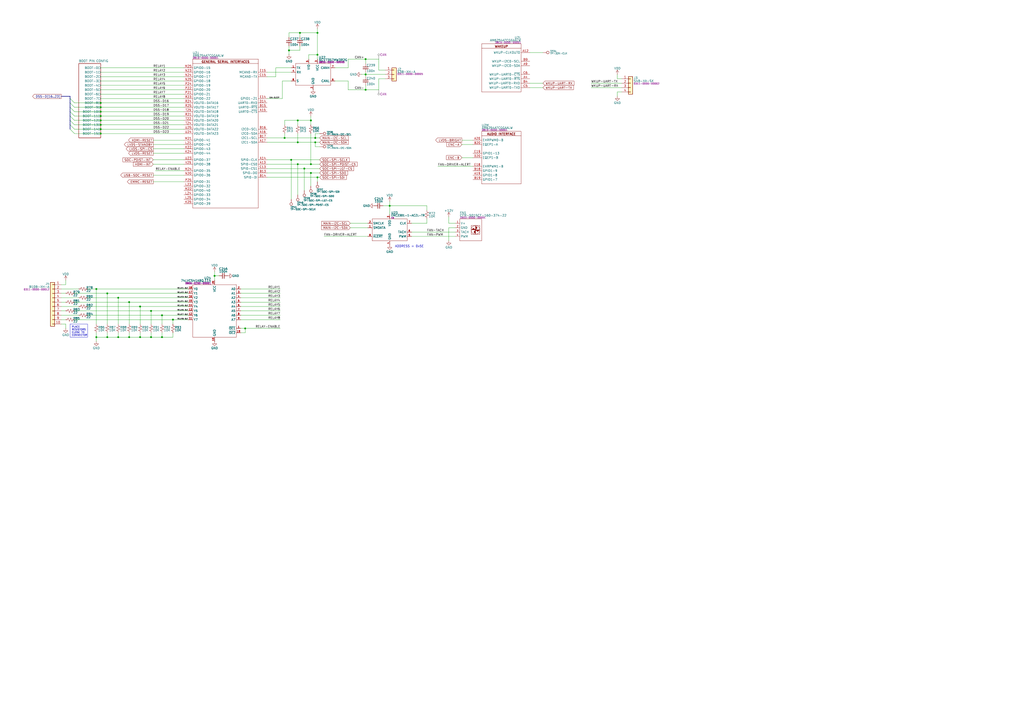
<source format=kicad_sch>
(kicad_sch (version 20250114) (generator "eeschema") (generator_version "9.0")
  (paper "A2")
  (title_block (title "Benchy Motherboard AM625 - SOC General IO") (rev "REV1") (company "Daxxn Industries") (comment 4 "Small net labels (≤0.65) are for clarity and do not connect to other nets."))
  (lib_symbols
    (symbol "DX_Capacitor_Ceramic:CL05A104KA5NNNC" (pin_numbers (hide yes)) (pin_names (hide yes))
      (property "Reference" "C" (at 2.794 1.778 0))
      (property "Value" "100n" (at 2.794 0 0))
      (symbol "CL05A104KA5NNNC_1_1"
        (pin passive line (at 0 2.54 270) (length 2.032) (name "~") (number "1"))
        (pin passive line (at 0 -2.54 90) (length 2.032) (name "~") (number "2"))
      )
    )
    (symbol "DX_Connector_JST:B10B-XH-A" (pin_names (offset 1.016) (hide yes))
      (property "Reference" "J" (at 1.778 0.508 0))
      (property "Value" "B10B-XH-A" (at 1.778 -1.27 0))
      (property "PartNumber" "0311-0000-00012" (at 1.778 -2.794 0))
      (symbol "B10B-XH-A_1_1"
        (pin passive line (at -5.08 0 0) (length 3.81) (name "Pin_1") (number "1"))
        (pin passive line (at -5.08 -2.54 0) (length 3.81) (name "Pin_2") (number "2"))
        (pin passive line (at -5.08 -5.08 0) (length 3.81) (name "Pin_3") (number "3"))
        (pin passive line (at -5.08 -7.62 0) (length 3.81) (name "Pin_4") (number "4"))
        (pin passive line (at -5.08 -10.16 0) (length 3.81) (name "Pin_5") (number "5"))
        (pin passive line (at -5.08 -12.7 0) (length 3.81) (name "Pin_6") (number "6"))
        (pin passive line (at -5.08 -15.24 0) (length 3.81) (name "Pin_7") (number "7"))
        (pin passive line (at -5.08 -17.78 0) (length 3.81) (name "Pin_8") (number "8"))
        (pin passive line (at -5.08 -20.32 0) (length 3.81) (name "Pin_9") (number "9"))
        (pin passive line (at -5.08 -22.86 0) (length 3.81) (name "Pin_10") (number "10"))
      )
    )
    (symbol "DX_Connector_JST:S3B-XH-A" (pin_names (offset 1.016) (hide yes))
      (property "Reference" "J" (at 1.778 3.048 0))
      (property "Value" "S3B-XH-A" (at 1.778 1.27 0))
      (property "PartNumber" "0311-0000-00005" (at 1.778 -0.254 0))
      (symbol "S3B-XH-A_1_1"
        (pin passive line (at -5.08 2.54 0) (length 3.81) (name "Pin_1") (number "1"))
        (pin passive line (at -5.08 0 0) (length 3.81) (name "Pin_2") (number "2"))
        (pin passive line (at -5.08 -2.54 0) (length 3.81) (name "Pin_3") (number "3"))
      )
    )
    (symbol "DX_Connector_JST:S4B-XA-SK" (pin_names (offset 1.016) (hide yes))
      (property "Reference" "J" (at 1.778 3.048 0))
      (property "Value" "S4B-XA-SK" (at 1.778 1.27 0))
      (property "PartNumber" "0311-0000-00002" (at 1.778 -0.254 0))
      (symbol "S4B-XA-SK_1_1"
        (pin passive line (at -5.08 2.54 0) (length 3.81) (name "Pin_1") (number "1"))
        (pin passive line (at -5.08 0 0) (length 3.81) (name "Pin_2") (number "2"))
        (pin passive line (at -5.08 -2.54 0) (length 3.81) (name "Pin_3") (number "3"))
        (pin passive line (at -5.08 -5.08 0) (length 3.81) (name "Pin_4") (number "4"))
      )
    )
    (symbol "DX_Device:TEST-POINT" (pin_numbers (hide yes)) (pin_names (hide yes))
      (property "Reference" "TP" (at 4.064 0.508 0))
      (property "Value" "TEST-POINT" (at 4.064 -0.762 0))
      (symbol "TEST-POINT_1_0"
        (pin power_in line (at 0 0 0) (length 1.27) (name "TP") (number "1"))
      )
    )
    (symbol "DX_IC_Interface_Transeiver:NCV7357MW3R2G"
      (property "Reference" "U" (at 13.462 3.556 0))
      (property "Value" "NCV7357MW3R2G" (at 13.462 2.032 0))
      (property "PartNumber" "0805-0600-00005" (at 13.462 0.762 0))
      (symbol "NCV7357MW3R2G_0_0"
        (pin output line (at -2.54 -2.54 0) (length 2.54) (name "TX") (number "1"))
        (pin input line (at -2.54 -5.08 0) (length 2.54) (name "RX") (number "4"))
        (pin input line (at -2.54 -10.16 0) (length 2.54) (name "S") (number "8"))
        (pin power_in line (at 10.16 -15.24 90) (length 2.54) (name "GND") (number "2"))
        (pin power_in line (at 10.16 -15.24 90) (length 2.54) (hide yes) (name "GND") (number "9"))
        (pin power_in line (at 12.7 2.54 270) (length 2.54) (name "VCC") (number "3"))
        (pin bidirectional line (at 22.86 -2.54 180) (length 2.54) (name "CANH") (number "7"))
        (pin bidirectional line (at 22.86 -10.16 180) (length 2.54) (name "CANL") (number "6"))
      )
      (symbol "NCV7357MW3R2G_1_0"
        (pin unspecified line (at 7.62 2.54 270) (length 2.54) (name "VIO") (number "5"))
      )
    )
    (symbol "DX_IC_Logic_Buffer:74LVC541ABQ,115"
      (property "Reference" "U" (at 13.716 4.064 0))
      (property "Value" "74LVC541ABQ,115" (at 13.716 2.286 0))
      (property "PartNumber" "0806-0200-00001" (at 13.716 0.762 0))
      (symbol "74LVC541ABQ,115_0_0"
        (pin input line (at -2.54 -2.54 0) (length 2.54) (name "A0") (number "2"))
        (pin input line (at -2.54 -5.08 0) (length 2.54) (name "A1") (number "3"))
        (pin input line (at -2.54 -7.62 0) (length 2.54) (name "A2") (number "4"))
        (pin input line (at -2.54 -10.16 0) (length 2.54) (name "A3") (number "5"))
        (pin input line (at -2.54 -12.7 0) (length 2.54) (name "A4") (number "6"))
        (pin input line (at -2.54 -15.24 0) (length 2.54) (name "A5") (number "7"))
        (pin input line (at -2.54 -17.78 0) (length 2.54) (name "A6") (number "8"))
        (pin input line (at -2.54 -20.32 0) (length 2.54) (name "A7") (number "9"))
        (pin power_in line (at 12.7 2.54 270) (length 2.54) (name "VCC") (number "20"))
        (pin power_in line (at 12.7 -33.02 90) (length 2.54) (name "GND") (number "10"))
        (pin power_in line (at 12.7 -33.02 90) (length 2.54) (hide yes) (name "GND") (number "21"))
        (pin output line (at 27.94 -2.54 180) (length 2.54) (name "Y0") (number "18"))
        (pin output line (at 27.94 -5.08 180) (length 2.54) (name "Y1") (number "17"))
        (pin output line (at 27.94 -7.62 180) (length 2.54) (name "Y2") (number "16"))
        (pin output line (at 27.94 -10.16 180) (length 2.54) (name "Y3") (number "15"))
        (pin output line (at 27.94 -12.7 180) (length 2.54) (name "Y4") (number "14"))
        (pin output line (at 27.94 -15.24 180) (length 2.54) (name "Y5") (number "13"))
        (pin output line (at 27.94 -17.78 180) (length 2.54) (name "Y6") (number "12"))
        (pin output line (at 27.94 -20.32 180) (length 2.54) (name "Y7") (number "11"))
      )
      (symbol "74LVC541ABQ,115_1_0"
        (pin input line (at -2.54 -25.4 0) (length 2.54) (name "~{OE1}") (number "1"))
        (pin input line (at -2.54 -27.94 0) (length 2.54) (name "~{OE2}") (number "19"))
      )
    )
    (symbol "DX_IC_MPU:AM6254ATCGGAALW"
      (property "Reference" "U" (at 0 3.556 0))
      (property "Value" "AM6254ATCGGAALW" (at 0 2.032 0))
      (property "PartNumber" "0810-0000-00001" (at 0 0.762 0))
      (symbol "AM6254ATCGGAALW_1_1"
        (text "x62" (at 5.08 -116.84 0) (effects (font (size 1.27 1.27)) (justify left)))
        (text "x2" (at 9.144 -10.16 0) (effects (font (size 1.27 1.27)) (justify left)))
        (text "x2" (at 9.144 -12.7 0) (effects (font (size 1.27 1.27)) (justify left)))
        (text "x2" (at 9.144 -15.24 0) (effects (font (size 1.27 1.27)) (justify left)))
        (text "x4" (at 9.144 -17.78 0) (effects (font (size 1.27 1.27)) (justify left)))
        (text "x4" (at 10.16 -66.04 0) (effects (font (size 1.27 1.27)) (justify left)))
        (text "x17" (at 10.16 -71.12 0) (effects (font (size 1.27 1.27)) (justify left)))
        (text "x8" (at 11.176 -73.66 0) (effects (font (size 1.27 1.27)) (justify left)))
        (text "x2" (at 12.446 -27.94 0) (effects (font (size 1.27 1.27)) (justify left)))
        (text "POWER" (at 12.7 -2.54 0) (effects (font (size 2 2) (bold yes))))
        (text "x2" (at 16.764 -53.34 0) (effects (font (size 1.27 1.27)) (justify left)))
        (pin power_in line (at -5.08 -5.08 0) (length 5.08) (name "VDDA-3P3-USB") (number "Y13"))
        (pin power_in line (at -5.08 -10.16 0) (length 5.08) (name "VDDSHV0") (number "F15"))
        (pin power_in line (at -5.08 -10.16 0) (length 5.08) (hide yes) (name "VDDSHV0") (number "G14"))
        (pin power_in line (at -5.08 -12.7 0) (length 5.08) (hide yes) (name "VDDSHV1") (number "L18"))
        (pin power_in line (at -5.08 -12.7 0) (length 5.08) (name "VDDSHV1") (number "M19"))
        (pin power_in line (at -5.08 -15.24 0) (length 5.08) (hide yes) (name "VDDSHV2") (number "W16"))
        (pin power_in line (at -5.08 -15.24 0) (length 5.08) (name "VDDSHV2") (number "W19"))
        (pin power_in line (at -5.08 -17.78 0) (length 5.08) (hide yes) (name "VDDSHV3") (number "N18"))
        (pin power_in line (at -5.08 -17.78 0) (length 5.08) (hide yes) (name "VDDSHV3") (number "P18"))
        (pin power_in line (at -5.08 -17.78 0) (length 5.08) (name "VDDSHV3") (number "T19"))
        (pin power_in line (at -5.08 -17.78 0) (length 5.08) (hide yes) (name "VDDSHV3") (number "U18"))
        (pin power_in line (at -5.08 -20.32 0) (length 5.08) (name "VDDSHV4") (number "T7"))
        (pin power_in line (at -5.08 -22.86 0) (length 5.08) (name "VDDSHV5") (number "G17"))
        (pin power_in line (at -5.08 -25.4 0) (length 5.08) (name "VDDSHV6") (number "J18"))
        (pin power_in line (at -5.08 -27.94 0) (length 5.08) (name "VDDSHV-MCU") (number "F11"))
        (pin power_in line (at -5.08 -27.94 0) (length 5.08) (hide yes) (name "VDDSHV-MCU") (number "G12"))
        (pin power_in line (at -5.08 -30.48 0) (length 5.08) (name "VDDSHV-CANUART") (number "H9"))
        (pin power_in line (at -5.08 -35.56 0) (length 5.08) (name "VDDA-MCU") (number "L11"))
        (pin power_in line (at -5.08 -38.1 0) (length 5.08) (name "VDDA-PLL0") (number "U11"))
        (pin power_in line (at -5.08 -40.64 0) (length 5.08) (name "VDDA-PLL1") (number "U15"))
        (pin power_in line (at -5.08 -43.18 0) (length 5.08) (name "VDDA-PLL2") (number "L14"))
        (pin power_in line (at -5.08 -45.72 0) (length 5.08) (name "VDDA-TEMP0") (number "T9"))
        (pin power_in line (at -5.08 -48.26 0) (length 5.08) (name "VDDA-TEMP1") (number "G16"))
        (pin power_in line (at -5.08 -50.8 0) (length 5.08) (name "VDDA-1P8-CSIRX0") (number "W14"))
        (pin power_in line (at -5.08 -53.34 0) (length 5.08) (name "VDDA-1P8-OLDI0") (number "W10"))
        (pin power_in line (at -5.08 -53.34 0) (length 5.08) (hide yes) (name "VDDA-1P8-OLDI0") (number "W9"))
        (pin power_in line (at -5.08 -55.88 0) (length 5.08) (name "VDDA-1P8-USB") (number "Y11"))
        (pin power_in line (at -5.08 -58.42 0) (length 5.08) (name "VDDS-OSC0") (number "G7"))
        (pin power_in line (at -5.08 -63.5 0) (length 5.08) (name "VDDS-DDR-C") (number "M9"))
        (pin power_in line (at -5.08 -66.04 0) (length 5.08) (name "VDDS-DDR") (number "K9"))
        (pin power_in line (at -5.08 -66.04 0) (length 5.08) (hide yes) (name "VDDS-DDR") (number "L8"))
        (pin power_in line (at -5.08 -66.04 0) (length 5.08) (hide yes) (name "VDDS-DDR") (number "P9"))
        (pin power_in line (at -5.08 -66.04 0) (length 5.08) (hide yes) (name "VDDS-DDR") (number "R8"))
        (pin power_in line (at -5.08 -71.12 0) (length 5.08) (name "VDD_CORE") (number "H8"))
        (pin power_in line (at -5.08 -71.12 0) (length 5.08) (hide yes) (name "VDD_CORE") (number "J11"))
        (pin power_in line (at -5.08 -71.12 0) (length 5.08) (hide yes) (name "VDD_CORE") (number "J14"))
        (pin power_in line (at -5.08 -71.12 0) (length 5.08) (hide yes) (name "VDD_CORE") (number "K17"))
        (pin power_in line (at -5.08 -71.12 0) (length 5.08) (hide yes) (name "VDD_CORE") (number "L12"))
        (pin power_in line (at -5.08 -71.12 0) (length 5.08) (hide yes) (name "VDD_CORE") (number "L15"))
        (pin power_in line (at -5.08 -71.12 0) (length 5.08) (hide yes) (name "VDD_CORE") (number "M16"))
        (pin power_in line (at -5.08 -71.12 0) (length 5.08) (hide yes) (name "VDD_CORE") (number "N11"))
        (pin power_in line (at -5.08 -71.12 0) (length 5.08) (hide yes) (name "VDD_CORE") (number "N13"))
        (pin power_in line (at -5.08 -71.12 0) (length 5.08) (hide yes) (name "VDD_CORE") (number "N8"))
        (pin power_in line (at -5.08 -71.12 0) (length 5.08) (hide yes) (name "VDD_CORE") (number "P17"))
        (pin power_in line (at -5.08 -71.12 0) (length 5.08) (hide yes) (name "VDD_CORE") (number "R11"))
        (pin power_in line (at -5.08 -71.12 0) (length 5.08) (hide yes) (name "VDD_CORE") (number "R14"))
        (pin power_in line (at -5.08 -71.12 0) (length 5.08) (hide yes) (name "VDD_CORE") (number "U12"))
        (pin power_in line (at -5.08 -71.12 0) (length 5.08) (hide yes) (name "VDD_CORE") (number "V15"))
        (pin power_in line (at -5.08 -71.12 0) (length 5.08) (hide yes) (name "VDD_CORE") (number "V17"))
        (pin power_in line (at -5.08 -71.12 0) (length 5.08) (hide yes) (name "VDD_CORE") (number "V8"))
        (pin power_in line (at -5.08 -73.66 0) (length 5.08) (name "VDDR-CORE") (number "J12"))
        (pin power_in line (at -5.08 -73.66 0) (length 5.08) (hide yes) (name "VDDR-CORE") (number "K16"))
        (pin power_in line (at -5.08 -73.66 0) (length 5.08) (hide yes) (name "VDDR-CORE") (number "N12"))
        (pin power_in line (at -5.08 -73.66 0) (length 5.08) (hide yes) (name "VDDR-CORE") (number "N14"))
        (pin power_in line (at -5.08 -73.66 0) (length 5.08) (hide yes) (name "VDDR-CORE") (number "P16"))
        (pin power_in line (at -5.08 -73.66 0) (length 5.08) (hide yes) (name "VDDR-CORE") (number "R12"))
        (pin power_in line (at -5.08 -73.66 0) (length 5.08) (hide yes) (name "VDDR-CORE") (number "T10"))
        (pin power_in line (at -5.08 -73.66 0) (length 5.08) (hide yes) (name "VDDR-CORE") (number "U14"))
        (pin power_in line (at -5.08 -76.2 0) (length 5.08) (name "VDD-CANUART") (number "F8"))
        (pin power_in line (at -5.08 -78.74 0) (length 5.08) (name "VDDA-CORE-CSIRX0") (number "W13"))
        (pin power_in line (at -5.08 -81.28 0) (length 5.08) (name "VDDA-CORE-USB") (number "W12"))
        (pin power_in line (at -5.08 -86.36 0) (length 5.08) (name "CAP-VDDS-CANUART") (number "G9"))
        (pin power_in line (at -5.08 -88.9 0) (length 5.08) (name "CAP-VDDS0") (number "H15"))
        (pin power_in line (at -5.08 -91.44 0) (length 5.08) (name "CAP-VDDS1") (number "K18"))
        (pin power_in line (at -5.08 -93.98 0) (length 5.08) (name "CAP-VDDS2") (number "W17"))
        (pin power_in line (at -5.08 -96.52 0) (length 5.08) (name "CAP-VDDS3") (number "P19"))
        (pin power_in line (at -5.08 -99.06 0) (length 5.08) (name "CAP-VDDS4") (number "U7"))
        (pin power_in line (at -5.08 -101.6 0) (length 5.08) (name "CAP-VDDS5") (number "H17"))
        (pin power_in line (at -5.08 -104.14 0) (length 5.08) (name "CAP-VDDS6") (number "J19"))
        (pin power_in line (at -5.08 -106.68 0) (length 5.08) (name "CAP-VDDS-MCU") (number "H11"))
        (pin power_in line (at -5.08 -116.84 0) (length 5.08) (name "VSS") (number "A1"))
        (pin power_in line (at -5.08 -116.84 0) (length 5.08) (hide yes) (name "VSS") (number "A24"))
        (pin power_in line (at -5.08 -116.84 0) (length 5.08) (hide yes) (name "VSS") (number "A25"))
        (pin power_in line (at -5.08 -116.84 0) (length 5.08) (hide yes) (name "VSS") (number "AA11"))
        (pin power_in line (at -5.08 -116.84 0) (length 5.08) (hide yes) (name "VSS") (number "AB9"))
        (pin power_in line (at -5.08 -116.84 0) (length 5.08) (hide yes) (name "VSS") (number "AD1"))
        (pin power_in line (at -5.08 -116.84 0) (length 5.08) (hide yes) (name "VSS") (number "AD12"))
        (pin power_in line (at -5.08 -116.84 0) (length 5.08) (hide yes) (name "VSS") (number "AD16"))
        (pin power_in line (at -5.08 -116.84 0) (length 5.08) (hide yes) (name "VSS") (number "AD25"))
        (pin power_in line (at -5.08 -116.84 0) (length 5.08) (hide yes) (name "VSS") (number "AD9"))
        (pin power_in line (at -5.08 -116.84 0) (length 5.08) (hide yes) (name "VSS") (number "AE1"))
        (pin power_in line (at -5.08 -116.84 0) (length 5.08) (hide yes) (name "VSS") (number "AE12"))
        (pin power_in line (at -5.08 -116.84 0) (length 5.08) (hide yes) (name "VSS") (number "AE16"))
        (pin power_in line (at -5.08 -116.84 0) (length 5.08) (hide yes) (name "VSS") (number "AE24"))
        (pin power_in line (at -5.08 -116.84 0) (length 5.08) (hide yes) (name "VSS") (number "AE25"))
        (pin power_in line (at -5.08 -116.84 0) (length 5.08) (hide yes) (name "VSS") (number "AE8"))
        (pin power_in line (at -5.08 -116.84 0) (length 5.08) (hide yes) (name "VSS") (number "B25"))
        (pin power_in line (at -5.08 -116.84 0) (length 5.08) (hide yes) (name "VSS") (number "F13"))
        (pin power_in line (at -5.08 -116.84 0) (length 5.08) (hide yes) (name "VSS") (number "G13"))
        (pin power_in line (at -5.08 -116.84 0) (length 5.08) (hide yes) (name "VSS") (number "G19"))
        (pin power_in line (at -5.08 -116.84 0) (length 5.08) (hide yes) (name "VSS") (number "H13"))
        (pin power_in line (at -5.08 -116.84 0) (length 5.08) (hide yes) (name "VSS") (number "H16"))
        (pin power_in line (at -5.08 -116.84 0) (length 5.08) (hide yes) (name "VSS") (number "H18"))
        (pin power_in line (at -5.08 -116.84 0) (length 5.08) (hide yes) (name "VSS") (number "H20"))
        (pin power_in line (at -5.08 -116.84 0) (length 5.08) (hide yes) (name "VSS") (number "J13"))
        (pin power_in line (at -5.08 -116.84 0) (length 5.08) (hide yes) (name "VSS") (number "J7"))
        (pin power_in line (at -5.08 -116.84 0) (length 5.08) (hide yes) (name "VSS") (number "K13"))
        (pin power_in line (at -5.08 -116.84 0) (length 5.08) (hide yes) (name "VSS") (number "K15"))
        (pin power_in line (at -5.08 -116.84 0) (length 5.08) (hide yes) (name "VSS") (number "K19"))
        (pin power_in line (at -5.08 -116.84 0) (length 5.08) (hide yes) (name "VSS") (number "K7"))
        (pin power_in line (at -5.08 -116.84 0) (length 5.08) (hide yes) (name "VSS") (number "L20"))
        (pin power_in line (at -5.08 -116.84 0) (length 5.08) (hide yes) (name "VSS") (number "M10"))
        (pin power_in line (at -5.08 -116.84 0) (length 5.08) (hide yes) (name "VSS") (number "M12"))
        (pin power_in line (at -5.08 -116.84 0) (length 5.08) (hide yes) (name "VSS") (number "M13"))
        (pin power_in line (at -5.08 -116.84 0) (length 5.08) (hide yes) (name "VSS") (number "M17"))
        (pin power_in line (at -5.08 -116.84 0) (length 5.08) (hide yes) (name "VSS") (number "M18"))
        (pin power_in line (at -5.08 -116.84 0) (length 5.08) (hide yes) (name "VSS") (number "M7"))
        (pin power_in line (at -5.08 -116.84 0) (length 5.08) (hide yes) (name "VSS") (number "M8"))
        (pin power_in line (at -5.08 -116.84 0) (length 5.08) (hide yes) (name "VSS") (number "N15"))
        (pin power_in line (at -5.08 -116.84 0) (length 5.08) (hide yes) (name "VSS") (number "P10"))
        (pin power_in line (at -5.08 -116.84 0) (length 5.08) (hide yes) (name "VSS") (number "P13"))
        (pin power_in line (at -5.08 -116.84 0) (length 5.08) (hide yes) (name "VSS") (number "P7"))
        (pin power_in line (at -5.08 -116.84 0) (length 5.08) (hide yes) (name "VSS") (number "R13"))
        (pin power_in line (at -5.08 -116.84 0) (length 5.08) (hide yes) (name "VSS") (number "R15"))
        (pin power_in line (at -5.08 -116.84 0) (length 5.08) (hide yes) (name "VSS") (number "R18"))
        (pin power_in line (at -5.08 -116.84 0) (length 5.08) (hide yes) (name "VSS") (number "R20"))
        (pin power_in line (at -5.08 -116.84 0) (length 5.08) (hide yes) (name "VSS") (number "T13"))
        (pin power_in line (at -5.08 -116.84 0) (length 5.08) (hide yes) (name "VSS") (number "T14"))
        (pin power_in line (at -5.08 -116.84 0) (length 5.08) (hide yes) (name "VSS") (number "T16"))
        (pin power_in line (at -5.08 -116.84 0) (length 5.08) (hide yes) (name "VSS") (number "T17"))
        (pin power_in line (at -5.08 -116.84 0) (length 5.08) (hide yes) (name "VSS") (number "T18"))
        (pin power_in line (at -5.08 -116.84 0) (length 5.08) (hide yes) (name "VSS") (number "T8"))
        (pin power_in line (at -5.08 -116.84 0) (length 5.08) (hide yes) (name "VSS") (number "U19"))
        (pin power_in line (at -5.08 -116.84 0) (length 5.08) (hide yes) (name "VSS") (number "U8"))
        (pin power_in line (at -5.08 -116.84 0) (length 5.08) (hide yes) (name "VSS") (number "V10"))
        (pin power_in line (at -5.08 -116.84 0) (length 5.08) (hide yes) (name "VSS") (number "V11"))
        (pin power_in line (at -5.08 -116.84 0) (length 5.08) (hide yes) (name "VSS") (number "V13"))
        (pin power_in line (at -5.08 -116.84 0) (length 5.08) (hide yes) (name "VSS") (number "V16"))
        (pin power_in line (at -5.08 -116.84 0) (length 5.08) (hide yes) (name "VSS") (number "V18"))
        (pin power_in line (at -5.08 -116.84 0) (length 5.08) (hide yes) (name "VSS") (number "V9"))
        (pin power_in line (at -5.08 -116.84 0) (length 5.08) (hide yes) (name "VSS") (number "W7"))
        (pin power_in line (at -5.08 -116.84 0) (length 5.08) (hide yes) (name "VSS") (number "Y2"))
        (pin no_connect line (at 11.43 38.1 0) (length 5.08) (hide yes) (name "RSVD0") (number "B1"))
        (pin no_connect line (at 11.43 35.56 0) (length 5.08) (hide yes) (name "RSVD1") (number "A2"))
        (pin no_connect line (at 11.43 33.02 0) (length 5.08) (hide yes) (name "RSVD2") (number "F6"))
        (pin no_connect line (at 11.43 30.48 0) (length 5.08) (hide yes) (name "RSVD3") (number "AE2"))
        (pin no_connect line (at 11.43 27.94 0) (length 5.08) (hide yes) (name "RSVD4") (number "T2"))
        (pin no_connect line (at 11.43 25.4 0) (length 5.08) (hide yes) (name "RSVD5") (number "U4"))
        (pin no_connect line (at 11.43 22.86 0) (length 5.08) (hide yes) (name "RSVD6") (number "AA12"))
        (pin no_connect line (at 11.43 20.32 0) (length 5.08) (hide yes) (name "RSVD7") (number "Y15"))
        (pin no_connect line (at 11.43 17.78 0) (length 5.08) (hide yes) (name "RSVD8") (number "E7"))
        (pin power_in line (at 30.48 -6.35 180) (length 5.08) (name "VPP") (number "J8"))
      )
      (symbol "AM6254ATCGGAALW_2_1"
        (text "CONTROL" (at 19.05 -1.27 0) (effects (font (size 1.27 1.27) (bold yes))))
        (text "MCU" (at 19.05 -24.384 0) (effects (font (size 1.27 1.27) (bold yes))))
        (pin input line (at -5.08 -3.81 0) (length 5.08) (name "~{RESET-REQ}") (number "F20"))
        (pin input line (at -5.08 -6.35 0) (length 5.08) (name "MCU-~{RESET}") (number "E11"))
        (pin input line (at -5.08 -11.43 0) (length 5.08) (name "EXTINTn") (number "D16"))
        (pin input line (at -5.08 -15.24 0) (length 5.08) (name "EXT-REFCLK1") (number "A18"))
        (pin input line (at -5.08 -20.32 0) (length 5.08) (name "~{MCU-POR}") (number "D2"))
        (pin input line (at -5.08 -30.48 0) (length 5.08) (name "MCU-OSC0-XI") (number "B2"))
        (pin output line (at -5.08 -33.02 0) (length 5.08) (name "MCU-OSC0-XO") (number "A3"))
        (pin input line (at -5.08 -40.64 0) (length 5.08) (name "WKUP-LFOSC0-XI") (number "C2"))
        (pin output line (at -5.08 -43.18 0) (length 5.08) (name "WKUP-LFOSC0-XO") (number "C1"))
        (pin bidirectional line (at -5.08 -50.8 0) (length 5.08) (name "MCU-UART0-TXD") (number "A5"))
        (pin input line (at -5.08 -53.34 0) (length 5.08) (name "MCU-UART0-RXD") (number "B5"))
        (pin bidirectional line (at -5.08 -55.88 0) (length 5.08) (name "MCU-UART0-CTSn") (number "A6"))
        (pin output line (at -5.08 -58.42 0) (length 5.08) (name "MCU-UART0-RTSn") (number "B6"))
        (pin output line (at 43.18 -3.81 180) (length 5.08) (name "~{RESETSTA}") (number "F22"))
        (pin output line (at 43.18 -6.35 180) (length 5.08) (name "MCU-~{RESET-STAT}") (number "B12"))
        (pin output line (at 43.18 -11.43 180) (length 5.08) (name "PMIC-LPM-EN0") (number "B7"))
        (pin bidirectional line (at 43.18 -15.24 180) (length 5.08) (name "MCU-~{ERROR}") (number "D1"))
        (pin output line (at 43.18 -20.32 180) (length 5.08) (name "~{POR}-OUT") (number "E21"))
        (pin bidirectional line (at 43.18 -27.94 180) (length 5.08) (name "MCU-I2C0-SCL") (number "A8"))
        (pin bidirectional line (at 43.18 -30.48 180) (length 5.08) (name "MCU-I2C0-SDA") (number "D10"))
        (pin input line (at 43.18 -35.56 180) (length 5.08) (name "MCU-MCAN0-RX") (number "B3"))
        (pin output line (at 43.18 -38.1 180) (length 5.08) (name "MCU-MCAN0-TX") (number "D6"))
        (pin input line (at 43.18 -40.64 180) (length 5.08) (name "MCU-MCAN1-RX") (number "D4"))
        (pin output line (at 43.18 -43.18 180) (length 5.08) (name "MCU-MCAN1-TX") (number "E5"))
        (pin bidirectional line (at 43.18 -48.26 180) (length 5.08) (name "MCU-SPI0-CLK") (number "A7"))
        (pin bidirectional line (at 43.18 -50.8 180) (length 5.08) (name "MCU-SPI0-D0") (number "D9"))
        (pin bidirectional line (at 43.18 -53.34 180) (length 5.08) (name "MCU-SPI0-D1") (number "C9"))
        (pin bidirectional line (at 43.18 -55.88 180) (length 5.08) (name "MCU-SPI0-CS0") (number "E8"))
        (pin bidirectional line (at 43.18 -58.42 180) (length 5.08) (name "MCU-SPI0-CS1") (number "B8"))
      )
      (symbol "AM6254ATCGGAALW_3_1"
        (text "DEBUG" (at 6.35 -1.524 0) (effects (font (size 1.27 1.27) (bold yes))))
        (pin bidirectional line (at -5.08 -5.08 0) (length 5.08) (name "EMU0") (number "E12"))
        (pin bidirectional line (at -5.08 -7.62 0) (length 5.08) (name "EMU1") (number "C11"))
        (pin input line (at -5.08 -12.7 0) (length 5.08) (name "TCK") (number "A10"))
        (pin input line (at -5.08 -15.24 0) (length 5.08) (name "TDI") (number "A11"))
        (pin output line (at -5.08 -17.78 0) (length 5.08) (name "TDO") (number "D12"))
        (pin input line (at -5.08 -20.32 0) (length 5.08) (name "TMS") (number "B11"))
        (pin input line (at -5.08 -22.86 0) (length 5.08) (name "~{TRST}") (number "B10"))
      )
      (symbol "AM6254ATCGGAALW_4_1"
        (text "DDR MEMORY" (at 25.4 -1.524 0) (effects (font (size 1.27 1.27) (bold yes))))
        (pin bidirectional line (at -5.08 -10.16 0) (length 5.08) (name "DDR0-~{ALERT}") (number "R3"))
        (pin output line (at -5.08 -12.7 0) (length 5.08) (name "DDR0-~{CAS}") (number "M4"))
        (pin output line (at -5.08 -15.24 0) (length 5.08) (name "DDR0-PAR") (number "T1"))
        (pin output line (at -5.08 -17.78 0) (length 5.08) (name "DDR0-~{WE}") (number "N3"))
        (pin output line (at -5.08 -20.32 0) (length 5.08) (name "DDR0-~{RAS}") (number "M5"))
        (pin output line (at -5.08 -22.86 0) (length 5.08) (name "DDR0-~{ACT}") (number "N6"))
        (pin output line (at -5.08 -25.4 0) (length 5.08) (name "DDR0-~{RESET0}") (number "G1"))
        (pin output line (at -5.08 -33.02 0) (length 5.08) (name "DDR0-CK0+") (number "L1"))
        (pin output line (at -5.08 -35.56 0) (length 5.08) (name "DDR0-CK0-") (number "L2"))
        (pin output line (at -5.08 -40.64 0) (length 5.08) (name "DDR0-~{CS0}") (number "L6"))
        (pin output line (at -5.08 -43.18 0) (length 5.08) (name "DDR0-~{CS1}") (number "K2"))
        (pin output line (at -5.08 -48.26 0) (length 5.08) (name "DDR0-BA0") (number "M1"))
        (pin output line (at -5.08 -50.8 0) (length 5.08) (name "DDR0-BA1") (number "N1"))
        (pin output line (at -5.08 -58.42 0) (length 5.08) (name "DDR0-CKE0") (number "H2"))
        (pin output line (at -5.08 -60.96 0) (length 5.08) (name "DDR0-CKE1") (number "J4"))
        (pin bidirectional line (at -5.08 -66.04 0) (length 5.08) (name "DDR0-DM0") (number "H5"))
        (pin bidirectional line (at -5.08 -68.58 0) (length 5.08) (name "DDR0-DM1") (number "W5"))
        (pin output line (at -5.08 -73.66 0) (length 5.08) (name "DDR0-BG0") (number "T4"))
        (pin output line (at -5.08 -76.2 0) (length 5.08) (name "DDR0-BG1") (number "N2"))
        (pin output line (at -5.08 -81.28 0) (length 5.08) (name "DDR0-ODT0") (number "H1"))
        (pin output line (at -5.08 -83.82 0) (length 5.08) (name "DDR0-ODT1") (number "J3"))
        (pin passive line (at -5.08 -93.98 0) (length 5.08) (name "DDR0-CAL0") (number "M2"))
        (pin output line (at 55.88 -5.08 180) (length 5.08) (name "DDR0-A0") (number "J1"))
        (pin output line (at 55.88 -7.62 180) (length 5.08) (name "DDR0-A1") (number "J2"))
        (pin output line (at 55.88 -10.16 180) (length 5.08) (name "DDR0-A2") (number "K3"))
        (pin output line (at 55.88 -12.7 180) (length 5.08) (name "DDR0-A3") (number "L5"))
        (pin output line (at 55.88 -15.24 180) (length 5.08) (name "DDR0-A4") (number "K4"))
        (pin output line (at 55.88 -17.78 180) (length 5.08) (name "DDR0-A5") (number "K1"))
        (pin output line (at 55.88 -20.32 180) (length 5.08) (name "DDR0-A6") (number "R2"))
        (pin output line (at 55.88 -22.86 180) (length 5.08) (name "DDR0-A7") (number "P2"))
        (pin output line (at 55.88 -25.4 180) (length 5.08) (name "DDR0-A8") (number "P1"))
        (pin output line (at 55.88 -27.94 180) (length 5.08) (name "DDR0-A9") (number "P4"))
        (pin output line (at 55.88 -30.48 180) (length 5.08) (name "DDR0-A10") (number "R5"))
        (pin output line (at 55.88 -33.02 180) (length 5.08) (name "DDR0-A11") (number "P5"))
        (pin output line (at 55.88 -35.56 180) (length 5.08) (name "DDR0-A12") (number "R6"))
        (pin output line (at 55.88 -38.1 180) (length 5.08) (name "DDR0-A13") (number "R1"))
        (pin bidirectional line (at 55.88 -45.72 180) (length 5.08) (name "DDR0-DQ0") (number "F4"))
        (pin bidirectional line (at 55.88 -48.26 180) (length 5.08) (name "DDR0-DQ1") (number "G5"))
        (pin bidirectional line (at 55.88 -50.8 180) (length 5.08) (name "DDR0-DQ2") (number "F3"))
        (pin bidirectional line (at 55.88 -53.34 180) (length 5.08) (name "DDR0-DQ3") (number "H6"))
        (pin bidirectional line (at 55.88 -55.88 180) (length 5.08) (name "DDR0-DQ4") (number "E3"))
        (pin bidirectional line (at 55.88 -58.42 180) (length 5.08) (name "DDR0-DQ5") (number "G2"))
        (pin bidirectional line (at 55.88 -60.96 180) (length 5.08) (name "DDR0-DQ6") (number "F2"))
        (pin bidirectional line (at 55.88 -63.5 180) (length 5.08) (name "DDR0-DQ7") (number "F1"))
        (pin bidirectional line (at 55.88 -66.04 180) (length 5.08) (name "DDR0-DQS0+") (number "E1"))
        (pin bidirectional line (at 55.88 -68.58 180) (length 5.08) (name "DDR0-DQS0-") (number "E2"))
        (pin bidirectional line (at 55.88 -71.12 180) (length 5.08) (name "DDR0-DQ8") (number "U1"))
        (pin bidirectional line (at 55.88 -73.66 180) (length 5.08) (name "DDR0-DQ9") (number "U3"))
        (pin bidirectional line (at 55.88 -76.2 180) (length 5.08) (name "DDR0-DQ10") (number "U2"))
        (pin bidirectional line (at 55.88 -78.74 180) (length 5.08) (name "DDR0-DQ11") (number "V5"))
        (pin bidirectional line (at 55.88 -81.28 180) (length 5.08) (name "DDR0-DQ12") (number "W2"))
        (pin bidirectional line (at 55.88 -83.82 180) (length 5.08) (name "DDR0-DQ13") (number "V6"))
        (pin bidirectional line (at 55.88 -86.36 180) (length 5.08) (name "DDR0-DQ14") (number "Y1"))
        (pin bidirectional line (at 55.88 -88.9 180) (length 5.08) (name "DDR0-DQ15") (number "W1"))
        (pin bidirectional line (at 55.88 -91.44 180) (length 5.08) (name "DDR0-DQS1+") (number "V1"))
        (pin bidirectional line (at 55.88 -93.98 180) (length 5.08) (name "DDR0-DQS1-") (number "V2"))
      )
      (symbol "AM6254ATCGGAALW_5_1"
        (text "POWER MONITORS" (at 10.16 -1.524 0) (effects (font (size 1.27 1.27) (bold yes))))
        (pin input line (at -5.08 -5.08 0) (length 5.08) (name "VMON-1P8-SOC") (number "G10"))
        (pin input line (at -5.08 -10.16 0) (length 5.08) (name "VMON-3P3-SOC") (number "K10"))
        (pin input line (at -5.08 -15.24 0) (length 5.08) (name "VMON-VSYS") (number "H10"))
      )
      (symbol "AM6254ATCGGAALW_6_1"
        (text "ETHERNET" (at 19.05 -1.524 0) (effects (font (size 1.27 1.27) (bold yes))))
        (pin input line (at -5.08 -5.08 0) (length 5.08) (name "RGMII1-RXC") (number "AD17"))
        (pin input line (at -5.08 -7.62 0) (length 5.08) (name "RGMII1-RX-CTL") (number "AE17"))
        (pin output line (at -5.08 -10.16 0) (length 5.08) (name "RGMII1-TXC") (number "AE19"))
        (pin output line (at -5.08 -12.7 0) (length 5.08) (name "RGMII1-TX-CTL") (number "AD19"))
        (pin input line (at -5.08 -16.51 0) (length 5.08) (name "RGMII1-RD0") (number "AB17"))
        (pin input line (at -5.08 -19.05 0) (length 5.08) (name "RGMII1-RD1") (number "AC17"))
        (pin input line (at -5.08 -21.59 0) (length 5.08) (name "RGMII1-RD2") (number "AB16"))
        (pin input line (at -5.08 -24.13 0) (length 5.08) (name "RGMII1-RD3") (number "AA15"))
        (pin output line (at -5.08 -27.94 0) (length 5.08) (name "RGMII1-TD0") (number "AE20"))
        (pin output line (at -5.08 -30.48 0) (length 5.08) (name "RGMII1-TD1") (number "AD20"))
        (pin output line (at -5.08 -33.02 0) (length 5.08) (name "RGMII1-TD2") (number "AE18"))
        (pin output line (at -5.08 -35.56 0) (length 5.08) (name "RGMII1-TD3") (number "AD18"))
        (pin input line (at 43.18 -5.08 180) (length 5.08) (name "RGMII2-RXC") (number "AD23"))
        (pin input line (at 43.18 -7.62 180) (length 5.08) (name "RGMII2-RX-CTL") (number "AD22"))
        (pin output line (at 43.18 -10.16 180) (length 5.08) (name "RGMII2-TXC") (number "AE21"))
        (pin output line (at 43.18 -12.7 180) (length 5.08) (name "RGMII2-TX-CTL") (number "AA19"))
        (pin input line (at 43.18 -16.51 180) (length 5.08) (name "RGMII2-RD0") (number "AE23"))
        (pin input line (at 43.18 -19.05 180) (length 5.08) (name "RGMII2-RD1") (number "AB20"))
        (pin input line (at 43.18 -21.59 180) (length 5.08) (name "RGMII2-RD2") (number "AC21"))
        (pin input line (at 43.18 -24.13 180) (length 5.08) (name "RGMII2-RD3") (number "AE22"))
        (pin output line (at 43.18 -27.94 180) (length 5.08) (name "RGMII2-TD0") (number "Y18"))
        (pin output line (at 43.18 -30.48 180) (length 5.08) (name "RGMII2-TD1") (number "AA18"))
        (pin output line (at 43.18 -33.02 180) (length 5.08) (name "RGMII2-TD2") (number "AD21"))
        (pin output line (at 43.18 -35.56 180) (length 5.08) (name "RGMII2-TD3") (number "AC20"))
        (pin output line (at 43.18 -40.64 180) (length 5.08) (name "MDIO0-MDC") (number "AD24"))
        (pin bidirectional line (at 43.18 -43.18 180) (length 5.08) (name "MDIO0-MDIO") (number "AB22"))
      )
      (symbol "AM6254ATCGGAALW_7_1"
        (text "USB" (at 11.43 -1.27 0) (effects (font (size 1.27 1.27) (bold yes))))
        (pin input line (at 27.94 -3.81 180) (length 5.08) (name "USB0-VBUS") (number "AC11"))
        (pin bidirectional line (at 27.94 -11.43 180) (length 5.08) (name "USB0-D+") (number "AD11"))
        (pin bidirectional line (at 27.94 -13.97 180) (length 5.08) (name "USB0-D-") (number "AE11"))
        (pin output line (at 27.94 -21.59 180) (length 5.08) (name "USB0-DRVVBUS") (number "C20"))
        (pin input line (at 27.94 -24.13 180) (length 5.08) (name "USB0-RCALIB") (number "AE10"))
        (pin input line (at 27.94 -31.75 180) (length 5.08) (name "USB1-VBUS") (number "AB10"))
        (pin bidirectional line (at 27.94 -39.37 180) (length 5.08) (name "USB1-D+") (number "AE9"))
        (pin bidirectional line (at 27.94 -41.91 180) (length 5.08) (name "USB1-D-") (number "AD10"))
        (pin output line (at 27.94 -49.53 180) (length 5.08) (name "USB1-DRVVBUS") (number "F18"))
        (pin input line (at 27.94 -52.07 180) (length 5.08) (name "USB1-RCALIB") (number "AC9"))
      )
      (symbol "AM6254ATCGGAALW_8_1"
        (text "CAMERA" (at 8.89 -2.54 0) (effects (font (size 1.27 1.27) (bold yes))))
        (pin input line (at -5.08 -5.08 0) (length 5.08) (name "CSI0-RX0+") (number "AC15"))
        (pin input line (at -5.08 -7.62 0) (length 5.08) (name "CSI0-RX0-") (number "AB14"))
        (pin input line (at -5.08 -12.7 0) (length 5.08) (name "CSI0-RX1+") (number "AE14"))
        (pin input line (at -5.08 -15.24 0) (length 5.08) (name "CSI0-RX1-") (number "AD14"))
        (pin input line (at -5.08 -20.32 0) (length 5.08) (name "CSI0-RX2+") (number "AE13"))
        (pin input line (at -5.08 -22.86 0) (length 5.08) (name "CSI0-RX2-") (number "AD13"))
        (pin input line (at -5.08 -27.94 0) (length 5.08) (name "CSI0-RX3+") (number "AC13"))
        (pin input line (at -5.08 -30.48 0) (length 5.08) (name "CSI0-RX3-") (number "AB12"))
        (pin input line (at -5.08 -35.56 0) (length 5.08) (name "CSI0-RXCLK+") (number "AE15"))
        (pin input line (at -5.08 -38.1 0) (length 5.08) (name "CSI0-RXCLK-") (number "AD15"))
        (pin input line (at -5.08 -43.18 0) (length 5.08) (name "CSI0-RXRCALIB") (number "AA14"))
      )
      (symbol "AM6254ATCGGAALW_9_1"
        (text "OCTAL SPI MEMORY" (at 11.43 -1.524 0) (effects (font (size 1.27 1.27) (bold yes))))
        (pin output line (at -5.08 -5.08 0) (length 5.08) (name "OSPI0-CLK") (number "H24"))
        (pin bidirectional line (at -5.08 -7.62 0) (length 5.08) (name "OSPI0-LBCLKO") (number "G25"))
        (pin input line (at -5.08 -10.16 0) (length 5.08) (name "OSPI0-DQS") (number "J24"))
        (pin output line (at -5.08 -17.78 0) (length 5.08) (name "OSPI0-~{CS}0") (number "F23"))
        (pin output line (at -5.08 -20.32 0) (length 5.08) (name "OSPI0-~{CS}1") (number "G21") (alternate "GPIO0-12" bidirectional line))
        (pin output line (at -5.08 -22.86 0) (length 5.08) (name "OSPI0-~{CS}2") (number "H21") (alternate "GPIO0-13" bidirectional line))
        (pin output line (at -5.08 -25.4 0) (length 5.08) (name "OSPI0-~{CS}3") (number "E24") (alternate "OSPI0-RESET-OUT0" output line))
        (pin bidirectional line (at -5.08 -30.48 0) (length 5.08) (name "OSPI0-D0") (number "E25"))
        (pin bidirectional line (at -5.08 -33.02 0) (length 5.08) (name "OSPI0-D1") (number "G24"))
        (pin bidirectional line (at -5.08 -35.56 0) (length 5.08) (name "OSPI0-D2") (number "F25"))
        (pin bidirectional line (at -5.08 -38.1 0) (length 5.08) (name "OSPI0-D3") (number "F24"))
        (pin bidirectional line (at -5.08 -40.64 0) (length 5.08) (name "OSPI0-D4") (number "J23"))
        (pin bidirectional line (at -5.08 -43.18 0) (length 5.08) (name "OSPI0-D5") (number "J25"))
        (pin bidirectional line (at -5.08 -45.72 0) (length 5.08) (name "OSPI0-D6") (number "H25"))
        (pin bidirectional line (at -5.08 -48.26 0) (length 5.08) (name "OSPI0-D7") (number "J22"))
      )
      (symbol "AM6254ATCGGAALW_10_1"
        (text "GENERAL SERIAL INTERFACES" (at 19.05 -1.524 0) (effects (font (size 1.27 1.27) (bold yes))))
        (pin bidirectional line (at -5.08 -5.08 0) (length 5.08) (name "GPMC0-AD0") (number "M25") (alternate "GPIO0-15" bidirectional line))
        (pin bidirectional line (at -5.08 -7.62 0) (length 5.08) (name "GPMC0-AD1") (number "N23") (alternate "GPIO0-16" bidirectional line))
        (pin bidirectional line (at -5.08 -10.16 0) (length 5.08) (name "GPMC0-AD2") (number "N24") (alternate "GPIO0-17" bidirectional line))
        (pin bidirectional line (at -5.08 -12.7 0) (length 5.08) (name "GPMC0-AD3") (number "N25") (alternate "GPIO0-18" bidirectional line))
        (pin bidirectional line (at -5.08 -15.24 0) (length 5.08) (name "GPMC0-AD4") (number "P24") (alternate "GPIO0-19" bidirectional line))
        (pin bidirectional line (at -5.08 -17.78 0) (length 5.08) (name "GPMC0-AD5") (number "P22") (alternate "GPIO0-20" bidirectional line))
        (pin bidirectional line (at -5.08 -20.32 0) (length 5.08) (name "GPMC0-AD6") (number "P21") (alternate "GPIO0-21" bidirectional line))
        (pin bidirectional line (at -5.08 -22.86 0) (length 5.08) (name "GPMC0-AD7") (number "R23") (alternate "GPIO0-22" bidirectional line))
        (pin bidirectional line (at -5.08 -25.4 0) (length 5.08) (name "GPMC0-AD8") (number "R24") (alternate "VOUT0-DATA16" output line))
        (pin bidirectional line (at -5.08 -27.94 0) (length 5.08) (name "GPMC0-AD9") (number "R25") (alternate "VOUT0-DATA17" output line))
        (pin bidirectional line (at -5.08 -30.48 0) (length 5.08) (name "GPMC0-AD10") (number "T25") (alternate "VOUT0-DATA18" output line))
        (pin bidirectional line (at -5.08 -33.02 0) (length 5.08) (name "GPMC0-AD11") (number "R21") (alternate "VOUT0-DATA19" output line))
        (pin bidirectional line (at -5.08 -35.56 0) (length 5.08) (name "GPMC0-AD12") (number "T22") (alternate "VOUT0-DATA20" output line))
        (pin bidirectional line (at -5.08 -38.1 0) (length 5.08) (name "GPMC0-AD13") (number "T24") (alternate "VOUT0-DATA21" output line))
        (pin bidirectional line (at -5.08 -40.64 0) (length 5.08) (name "GPMC0-AD14") (number "U25") (alternate "VOUT0-DATA22" output line))
        (pin bidirectional line (at -5.08 -43.18 0) (length 5.08) (name "GPMC0-AD15") (number "U24") (alternate "VOUT0-DATA23" output line))
        (pin output line (at -5.08 -46.99 0) (length 5.08) (name "GPMC0-~{CS}0") (number "M21") (alternate "GPIO0-41" bidirectional line))
        (pin output line (at -5.08 -49.53 0) (length 5.08) (name "GPMC0-~{CS}1") (number "L21") (alternate "GPIO0-42" bidirectional line))
        (pin output line (at -5.08 -52.07 0) (length 5.08) (name "GPMC0-~{CS}2") (number "K22") (alternate "GPIO0-43" bidirectional line))
        (pin output line (at -5.08 -54.61 0) (length 5.08) (name "GPMC0-~{CS}3") (number "K24") (alternate "GPIO0-44" bidirectional line))
        (pin input line (at -5.08 -58.42 0) (length 5.08) (name "GPMC0-WAIT0") (number "U23") (alternate "GPIO0-37" bidirectional line))
        (pin input line (at -5.08 -60.96 0) (length 5.08) (name "GPMC0-WAIT1") (number "V25") (alternate "GPIO0-38" bidirectional line))
        (pin output line (at -5.08 -64.77 0) (length 5.08) (name "GPMC0-BE0n-CLE") (number "M24") (alternate "GPIO0-35" bidirectional line))
        (pin output line (at -5.08 -67.31 0) (length 5.08) (name "GPMC0-BE1n") (number "N20") (alternate "GPIO0-36" bidirectional line))
        (pin output line (at -5.08 -71.12 0) (length 5.08) (name "GPMC0-CLK") (number "P25") (alternate "GPIO0-31" bidirectional line))
        (pin output line (at -5.08 -73.66 0) (length 5.08) (name "GPMC0-ADVn-ALE") (number "L23") (alternate "GPIO0-32" bidirectional line))
        (pin output line (at -5.08 -76.2 0) (length 5.08) (name "GPMC0-DIR") (number "M22") (alternate "GPIO0-40" bidirectional line))
        (pin output line (at -5.08 -78.74 0) (length 5.08) (name "GPMC0-OEn-REn") (number "L24") (alternate "GPIO0-33" bidirectional line))
        (pin output line (at -5.08 -81.28 0) (length 5.08) (name "GPMC0-WEn") (number "L25") (alternate "GPIO0-34" bidirectional line))
        (pin output line (at -5.08 -83.82 0) (length 5.08) (name "GPMC0-WPn") (number "K25") (alternate "GPIO0-39" bidirectional line))
        (pin input line (at 43.18 -7.62 180) (length 5.08) (name "MCAN0-RX") (number "E15"))
        (pin output line (at 43.18 -10.16 180) (length 5.08) (name "MCAN0-TX") (number "C15"))
        (pin output line (at 43.18 -22.86 180) (length 5.08) (name "UART0-TXD") (number "E14") (alternate "GPIO1-21" bidirectional line))
        (pin input line (at 43.18 -25.4 180) (length 5.08) (name "UART0-RXD") (number "D14"))
        (pin output line (at 43.18 -27.94 180) (length 5.08) (name "UART0-~{RTS}") (number "B15"))
        (pin input line (at 43.18 -30.48 180) (length 5.08) (name "UART0-~{CTS}") (number "A15"))
        (pin bidirectional line (at 43.18 -40.64 180) (length 5.08) (name "I2C0-SCL") (number "B16"))
        (pin bidirectional line (at 43.18 -43.18 180) (length 5.08) (name "I2C0-SDA") (number "A16"))
        (pin bidirectional line (at 43.18 -45.72 180) (length 5.08) (name "I2C1-SCL") (number "B17"))
        (pin bidirectional line (at 43.18 -48.26 180) (length 5.08) (name "I2C1-SDA") (number "A17"))
        (pin bidirectional line (at 43.18 -58.42 180) (length 5.08) (name "SPI0-CLK") (number "A14"))
        (pin bidirectional line (at 43.18 -60.96 180) (length 5.08) (name "SPI0-CS0") (number "A13"))
        (pin bidirectional line (at 43.18 -63.5 180) (length 5.08) (name "SPI0-CS1") (number "C13") (alternate "EHRPWM0-B" bidirectional line))
        (pin bidirectional line (at 43.18 -66.04 180) (length 5.08) (name "SPI0-D0") (number "B13") (alternate "EHRPWM1-B" bidirectional line) (alternate "SPI0-DI" input line) (alternate "SPI0-DO" output line))
        (pin bidirectional line (at 43.18 -68.58 180) (length 5.08) (name "SPI0-D1") (number "B14") (alternate "SPI0-DI" input line) (alternate "SPI0-DO" output line))
      )
      (symbol "AM6254ATCGGAALW_11_1"
        (text "MMC MEMORY CONTROLLER" (at 19.05 -1.524 0) (effects (font (size 1.27 1.27) (bold yes))))
        (pin bidirectional line (at -5.08 -5.08 0) (length 5.08) (name "MMC0-CLK") (number "AB1"))
        (pin bidirectional line (at -5.08 -7.62 0) (length 5.08) (name "MMC0-CMD") (number "Y3"))
        (pin bidirectional line (at -5.08 -10.16 0) (length 5.08) (name "MMC0-DAT0") (number "AA2"))
        (pin bidirectional line (at -5.08 -12.7 0) (length 5.08) (name "MMC0-DAT1") (number "AA1") (alternate "EHRPWM1-B" bidirectional line))
        (pin bidirectional line (at -5.08 -15.24 0) (length 5.08) (name "MMC0-DAT2") (number "AA3"))
        (pin bidirectional line (at -5.08 -17.78 0) (length 5.08) (name "MMC0-DAT3") (number "Y4"))
        (pin bidirectional line (at -5.08 -20.32 0) (length 5.08) (name "MMC0-DAT4") (number "AB2"))
        (pin bidirectional line (at -5.08 -22.86 0) (length 5.08) (name "MMC0-DAT5") (number "AC1"))
        (pin bidirectional line (at -5.08 -25.4 0) (length 5.08) (name "MMC0-DAT6") (number "AD2"))
        (pin bidirectional line (at -5.08 -27.94 0) (length 5.08) (name "MMC0-DAT7") (number "AC2"))
        (pin bidirectional line (at 43.18 -5.08 180) (length 5.08) (name "MMC1-CLK") (number "B22"))
        (pin bidirectional line (at 43.18 -7.62 180) (length 5.08) (name "MMC1-CMD") (number "A21"))
        (pin input line (at 43.18 -10.16 180) (length 5.08) (name "MMC1-SDCD") (number "D17"))
        (pin input line (at 43.18 -12.7 180) (length 5.08) (name "MMC1-SDWP") (number "C17") (alternate "GPIO1-49" bidirectional line))
        (pin bidirectional line (at 43.18 -15.24 180) (length 5.08) (name "MMC1-DAT0") (number "A22"))
        (pin bidirectional line (at 43.18 -17.78 180) (length 5.08) (name "MMC1-DAT1") (number "B21"))
        (pin bidirectional line (at 43.18 -20.32 180) (length 5.08) (name "MMC1-DAT2") (number "C21"))
        (pin bidirectional line (at 43.18 -22.86 180) (length 5.08) (name "MMC1-DAT3") (number "D22"))
        (pin bidirectional line (at 43.18 -30.48 180) (length 5.08) (name "MMC2-CLK") (number "D25"))
        (pin bidirectional line (at 43.18 -33.02 180) (length 5.08) (name "MMC2-CMD") (number "C24"))
        (pin input line (at 43.18 -35.56 180) (length 5.08) (name "MMC2-SDCD") (number "A23"))
        (pin input line (at 43.18 -38.1 180) (length 5.08) (name "MMC2-SDWP") (number "B23") (alternate "GPIO0-72" bidirectional line))
        (pin bidirectional line (at 43.18 -40.64 180) (length 5.08) (name "MMC2-DAT0") (number "B24"))
        (pin bidirectional line (at 43.18 -43.18 180) (length 5.08) (name "MMC2-DAT1") (number "C25"))
        (pin bidirectional line (at 43.18 -45.72 180) (length 5.08) (name "MMC2-DAT2") (number "E23"))
        (pin bidirectional line (at 43.18 -48.26 180) (length 5.08) (name "MMC2-DAT3") (number "D24"))
      )
      (symbol "AM6254ATCGGAALW_12_1"
        (text "WAKEUP" (at 11.43 -1.524 0) (effects (font (size 1.27 1.27) (bold yes))))
        (pin output line (at -5.08 -5.08 0) (length 5.08) (name "WKUP-CLKOUT0") (number "A12"))
        (pin bidirectional line (at -5.08 -10.16 0) (length 5.08) (name "WKUP-I2C0-SCL") (number "B9"))
        (pin bidirectional line (at -5.08 -12.7 0) (length 5.08) (name "WKUP-I2C0-SDA") (number "A9"))
        (pin input line (at -5.08 -17.78 0) (length 5.08) (name "WKUP-UART0-~{CTS}") (number "C6"))
        (pin output line (at -5.08 -20.32 0) (length 5.08) (name "WKUP-UART0-~{RTS}") (number "A4"))
        (pin input line (at -5.08 -22.86 0) (length 5.08) (name "WKUP-UART0-RXD") (number "B4"))
        (pin output line (at -5.08 -25.4 0) (length 5.08) (name "WKUP-UART0-TXD") (number "C5"))
      )
      (symbol "AM6254ATCGGAALW_13_1"
        (text "AUDIO INTERFACE" (at 11.43 -1.524 0) (effects (font (size 1.27 1.27) (bold yes))))
        (pin bidirectional line (at -5.08 -5.08 0) (length 5.08) (name "MCASP0-ACLKR") (number "A20") (alternate "EHRPWM0-B" bidirectional line))
        (pin bidirectional line (at -5.08 -7.62 0) (length 5.08) (name "MCASP0-ACLKX") (number "B20") (alternate "EQEP1-A" input line))
        (pin bidirectional line (at -5.08 -12.7 0) (length 5.08) (name "MCASP0-AFSR") (number "E19") (alternate "GPIO1-13" bidirectional line))
        (pin bidirectional line (at -5.08 -15.24 0) (length 5.08) (name "MCASP0-AFSX") (number "D20") (alternate "EQEP1-B" input line))
        (pin bidirectional line (at -5.08 -20.32 0) (length 5.08) (name "MCASP0-AXR0") (number "E18") (alternate "EHRPWM1-B" bidirectional line))
        (pin bidirectional line (at -5.08 -22.86 0) (length 5.08) (name "MCASP0-AXR1") (number "B18") (alternate "GPIO1-9" bidirectional line))
        (pin bidirectional line (at -5.08 -25.4 0) (length 5.08) (name "MCASP0-AXR2") (number "A19") (alternate "EQEP0-B" input line) (alternate "GPIO1-8" bidirectional line))
        (pin bidirectional line (at -5.08 -27.94 0) (length 5.08) (name "MCASP0-AXR3") (number "B19") (alternate "EQEP0-A" input line) (alternate "GPIO1-7" bidirectional line))
      )
      (symbol "AM6254ATCGGAALW_14_1"
        (text "LVDS" (at 3.81 -5.08 0) (effects (font (size 1.27 1.27) (bold yes))))
        (text "VIDEO OUTPUT" (at 16.51 -1.524 0) (effects (font (size 1.27 1.27) (bold yes))))
        (text "DSS" (at 29.21 -5.08 0) (effects (font (size 1.27 1.27) (bold yes))))
        (pin bidirectional line (at -5.08 -7.62 0) (length 5.08) (name "OLDI0-A0+") (number "Y6"))
        (pin bidirectional line (at -5.08 -10.16 0) (length 5.08) (name "OLDI0-A0-") (number "AA5"))
        (pin bidirectional line (at -5.08 -12.7 0) (length 5.08) (name "OLDI0-A1+") (number "AB4"))
        (pin bidirectional line (at -5.08 -15.24 0) (length 5.08) (name "OLDI0-A1-") (number "AD3"))
        (pin bidirectional line (at -5.08 -17.78 0) (length 5.08) (name "OLDI0-A2+") (number "AA8"))
        (pin bidirectional line (at -5.08 -20.32 0) (length 5.08) (name "OLDI0-A2-") (number "Y8"))
        (pin bidirectional line (at -5.08 -22.86 0) (length 5.08) (name "OLDI0-A3+") (number "AA7"))
        (pin bidirectional line (at -5.08 -25.4 0) (length 5.08) (name "OLDI0-A3-") (number "AB6"))
        (pin bidirectional line (at -5.08 -27.94 0) (length 5.08) (name "OLDI0-A4+") (number "AC5"))
        (pin bidirectional line (at -5.08 -30.48 0) (length 5.08) (name "OLDI0-A4-") (number "AC6"))
        (pin bidirectional line (at -5.08 -33.02 0) (length 5.08) (name "OLDI0-A5+") (number "AD6"))
        (pin bidirectional line (at -5.08 -35.56 0) (length 5.08) (name "OLDI0-A5-") (number "AE5"))
        (pin bidirectional line (at -5.08 -38.1 0) (length 5.08) (name "OLDI0-A6+") (number "AD7"))
        (pin bidirectional line (at -5.08 -40.64 0) (length 5.08) (name "OLDI0-A6-") (number "AE6"))
        (pin bidirectional line (at -5.08 -43.18 0) (length 5.08) (name "OLDI0-A7+") (number "AE7"))
        (pin bidirectional line (at -5.08 -45.72 0) (length 5.08) (name "OLDI0-A7-") (number "AD8"))
        (pin bidirectional line (at -5.08 -48.26 0) (length 5.08) (name "OLDI0-CLK0+") (number "AE3"))
        (pin bidirectional line (at -5.08 -50.8 0) (length 5.08) (name "OLDI0-CLK0-") (number "AD4"))
        (pin bidirectional line (at -5.08 -53.34 0) (length 5.08) (name "OLDI0-CLK1+") (number "AD5"))
        (pin bidirectional line (at -5.08 -55.88 0) (length 5.08) (name "OLDI0-CLK1-") (number "AE4"))
        (pin output line (at 38.1 -7.62 180) (length 5.08) (name "VOUT0-DE") (number "Y20"))
        (pin output line (at 38.1 -10.16 180) (length 5.08) (name "VOUT0-HSYNC") (number "AB24"))
        (pin output line (at 38.1 -12.7 180) (length 5.08) (name "VOUT0-PCLK") (number "AC24"))
        (pin output line (at 38.1 -15.24 180) (length 5.08) (name "VOUT0-VSYNC") (number "AC25"))
        (pin output line (at 38.1 -17.78 180) (length 5.08) (name "VOUT0-DATA0") (number "U22"))
        (pin output line (at 38.1 -20.32 180) (length 5.08) (name "VOUT0-DATA1") (number "V24"))
        (pin output line (at 38.1 -22.86 180) (length 5.08) (name "VOUT0-DATA2") (number "W25"))
        (pin output line (at 38.1 -25.4 180) (length 5.08) (name "VOUT0-DATA3") (number "W24"))
        (pin output line (at 38.1 -27.94 180) (length 5.08) (name "VOUT0-DATA4") (number "Y25"))
        (pin output line (at 38.1 -30.48 180) (length 5.08) (name "VOUT0-DATA5") (number "Y24"))
        (pin output line (at 38.1 -33.02 180) (length 5.08) (name "VOUT0-DATA6") (number "Y23"))
        (pin output line (at 38.1 -35.56 180) (length 5.08) (name "VOUT0-DATA7") (number "AA25"))
        (pin output line (at 38.1 -38.1 180) (length 5.08) (name "VOUT0-DATA8") (number "V21"))
        (pin output line (at 38.1 -40.64 180) (length 5.08) (name "VOUT0-DATA9") (number "W21"))
        (pin output line (at 38.1 -43.18 180) (length 5.08) (name "VOUT0-DATA10") (number "V20"))
        (pin output line (at 38.1 -45.72 180) (length 5.08) (name "VOUT0-DATA11") (number "AA23"))
        (pin output line (at 38.1 -48.26 180) (length 5.08) (name "VOUT0-DATA12") (number "AB25"))
        (pin output line (at 38.1 -50.8 180) (length 5.08) (name "VOUT0-DATA13") (number "AA24"))
        (pin output line (at 38.1 -53.34 180) (length 5.08) (name "VOUT0-DATA14") (number "Y22"))
        (pin output line (at 38.1 -55.88 180) (length 5.08) (name "VOUT0-DATA15") (number "AA21"))
      )
    )
    (symbol "DX_IC_PMIC_MotorDriver:EMC2301-1-ACZL-TR"
      (property "Reference" "U" (at 10.922 3.556 0))
      (property "Value" "EMC2301-1-ACZL-TR" (at 10.922 2.032 0))
      (property "PartNumber" "na" (at 10.922 0.762 0))
      (symbol "EMC2301-1-ACZL-TR_0_0"
        (pin input line (at -2.54 -2.54 0) (length 2.54) (name "SMCLK") (number "2"))
        (pin bidirectional line (at -2.54 -5.08 0) (length 2.54) (name "SMDATA") (number "1"))
        (pin output line (at -2.54 -10.16 0) (length 2.54) (name "~{ALERT}") (number "8"))
        (pin power_in line (at 10.16 2.54 270) (length 2.54) (name "VDD") (number "3"))
        (pin power_in line (at 10.16 -15.24 90) (length 2.54) (name "GND") (number "4"))
        (pin input line (at 22.86 -2.54 180) (length 2.54) (name "CLK") (number "7"))
        (pin input line (at 22.86 -7.62 180) (length 2.54) (name "TACH") (number "6"))
        (pin output line (at 22.86 -10.16 180) (length 2.54) (name "PWM") (number "5"))
      )
    )
    (symbol "DX_Resistor:RC0402JR-0710KL" (pin_numbers (hide yes)) (pin_names (offset 0.254) (hide yes))
      (property "Reference" "R" (at 1.016 0.635 0))
      (property "Value" "10K" (at 1.016 -1.016 0))
      (symbol "RC0402JR-0710KL_1_1"
        (pin passive line (at 0 2.54 270) (length 1.016) (name "~") (number "1"))
        (pin passive line (at 0 -2.54 90) (length 1.016) (name "~") (number "2"))
      )
    )
    (symbol "DX_Resistor:RC0402JR-0722RL" (pin_numbers (hide yes)) (pin_names (offset 0.254) (hide yes))
      (property "Reference" "R" (at 1.016 0.635 0))
      (property "Value" "22" (at 1.016 -1.016 0))
      (symbol "RC0402JR-0722RL_1_1"
        (pin passive line (at 0 2.54 270) (length 1.016) (name "~") (number "1"))
        (pin passive line (at 0 -2.54 90) (length 1.016) (name "~") (number "2"))
      )
    )
    (symbol "DX_Resistor:WR04X3301FTL" (pin_numbers (hide yes)) (pin_names (offset 0.254) (hide yes))
      (property "Reference" "R" (at 1.016 0.635 0))
      (property "Value" "3K3" (at 1.016 -1.016 0))
      (symbol "WR04X3301FTL_1_1"
        (pin passive line (at 0 2.54 270) (length 1.016) (name "~") (number "1"))
        (pin passive line (at 0 -2.54 90) (length 1.016) (name "~") (number "2"))
      )
    )
    (symbol "DX_Thermal_Fan:CFM-5015CF-160-374-22"
      (property "Reference" "FN" (at 0 3.556 0))
      (property "Value" "CFM-5015CF-160-374-22" (at 0 2.032 0))
      (property "PartNumber" "1603-0000-00001" (at 0 0.762 0))
      (symbol "CFM-5015CF-160-374-22_0_0"
        (pin power_in line (at -2.54 -2.54 0) (length 2.54) (name "V+") (number "1"))
        (pin power_in line (at -2.54 -5.08 0) (length 2.54) (name "GND") (number "2"))
        (pin output line (at -2.54 -7.62 0) (length 2.54) (name "TACH") (number "3"))
        (pin input line (at -2.54 -10.16 0) (length 2.54) (name "PWM") (number "4"))
      )
    )
    (symbol "power:+12V" (power) (pin_numbers (hide yes)) (pin_names (offset 0) (hide yes))
      (property "Value" "+12V" (at 0 3.556 0))
      (symbol "+12V_1_1"
        (pin power_in line (at 0 0 90) (length 0) (name "~") (number "1"))
      )
    )
    (symbol "power:GND" (power) (pin_numbers (hide yes)) (pin_names (offset 0) (hide yes))
      (property "Value" "GND" (at 0 -3.81 0))
      (symbol "GND_1_1"
        (pin power_in line (at 0 0 270) (length 0) (name "~") (number "1"))
      )
    )
    (symbol "power:VDD" (power) (pin_numbers (hide yes)) (pin_names (offset 0) (hide yes))
      (property "Value" "VDD" (at 0 3.556 0))
      (symbol "VDD_1_1"
        (pin power_in line (at 0 0 90) (length 0) (name "~") (number "1"))
      )
    )
  )
  (text "ADDRESS = 0x5E" (at 237.49 143.002 0) (effects (font (size 1.27 1.27))))
  (text_box "PLACE RESISTORS CLOSE TO CONNECTOR" (at 40.64 187.96 0) (size 10.16 7.62) (margins 0.9525 0.9525 0.9525 0.9525) (effects (font (size 1 1)) (justify left top)))
  (junction (at 167.64 29.21))
  (junction (at 74.93 195.58))
  (junction (at 180.34 100.33))
  (junction (at 58.42 74.93))
  (junction (at 180.34 69.85))
  (junction (at 124.46 160.02))
  (junction (at 68.58 195.58))
  (junction (at 81.28 195.58))
  (junction (at 180.34 95.25))
  (junction (at 212.09 52.07))
  (junction (at 68.58 172.72))
  (junction (at 182.88 80.01))
  (junction (at 62.23 170.18))
  (junction (at 172.72 95.25))
  (junction (at 212.09 34.29))
  (junction (at 93.98 195.58))
  (junction (at 87.63 180.34))
  (junction (at 184.15 31.75))
  (junction (at 176.53 97.79))
  (junction (at 55.88 167.64))
  (junction (at 58.42 69.85))
  (junction (at 74.93 175.26))
  (junction (at 58.42 62.23))
  (junction (at 93.98 182.88))
  (junction (at 168.91 92.71))
  (junction (at 173.99 19.05))
  (junction (at 182.88 82.55))
  (junction (at 184.15 19.05))
  (junction (at 100.33 185.42))
  (junction (at 165.1 80.01))
  (junction (at 87.63 195.58))
  (junction (at 58.42 59.69))
  (junction (at 55.88 195.58))
  (junction (at 81.28 177.8))
  (junction (at 172.72 82.55))
  (junction (at 172.72 69.85))
  (junction (at 212.09 43.18))
  (junction (at 58.42 77.47))
  (junction (at 58.42 67.31))
  (junction (at 184.15 102.87))
  (junction (at 142.24 190.5))
  (junction (at 62.23 195.58))
  (junction (at 226.06 119.38))
  (junction (at 58.42 64.77))
  (junction (at 58.42 72.39))
  (bus_entry (at 40.64 64.77) (size 2.54 2.54))
  (bus_entry (at 40.64 67.31) (size 2.54 2.54))
  (bus_entry (at 40.64 72.39) (size 2.54 2.54))
  (bus_entry (at 40.64 69.85) (size 2.54 2.54))
  (bus_entry (at 40.64 74.93) (size 2.54 2.54))
  (bus_entry (at 40.64 57.15) (size 2.54 2.54))
  (bus_entry (at 40.64 62.23) (size 2.54 2.54))
  (bus_entry (at 40.64 59.69) (size 2.54 2.54))
  (wire (pts (xy 180.34 69.85) (xy 180.34 72.39)))
  (wire (pts (xy 88.9 81.28) (xy 106.68 81.28)))
  (wire (pts (xy 201.93 46.99) (xy 201.93 52.07)))
  (wire (pts (xy 162.56 177.8) (xy 139.7 177.8)))
  (wire (pts (xy 88.9 92.71) (xy 106.68 92.71)))
  (wire (pts (xy 87.63 193.04) (xy 87.63 195.58)))
  (wire (pts (xy 201.93 39.37) (xy 201.93 34.29)))
  (wire (pts (xy 176.53 97.79) (xy 185.42 97.79)))
  (wire (pts (xy 35.56 167.64) (xy 45.72 167.64)))
  (wire (pts (xy 81.28 177.8) (xy 81.28 187.96)))
  (wire (pts (xy 219.71 34.29) (xy 219.71 40.64)))
  (wire (pts (xy 162.56 172.72) (xy 139.7 172.72)))
  (wire (pts (xy 62.23 195.58) (xy 68.58 195.58)))
  (wire (pts (xy 43.18 62.23) (xy 58.42 62.23)))
  (wire (pts (xy 201.93 34.29) (xy 212.09 34.29)))
  (wire (pts (xy 184.15 31.75) (xy 179.07 31.75)))
  (wire (pts (xy 194.31 39.37) (xy 201.93 39.37)))
  (wire (pts (xy 219.71 45.72) (xy 223.52 45.72)))
  (wire (pts (xy 58.42 46.99) (xy 106.68 46.99)))
  (wire (pts (xy 35.56 187.96) (xy 38.1 187.96)))
  (wire (pts (xy 55.88 195.58) (xy 55.88 198.12)))
  (wire (pts (xy 154.94 80.01) (xy 165.1 80.01)))
  (wire (pts (xy 55.88 167.64) (xy 55.88 187.96)))
  (wire (pts (xy 58.42 77.47) (xy 106.68 77.47)))
  (wire (pts (xy 43.18 59.69) (xy 58.42 59.69)))
  (wire (pts (xy 162.56 175.26) (xy 139.7 175.26)))
  (wire (pts (xy 58.42 52.07) (xy 106.68 52.07)))
  (wire (pts (xy 43.18 180.34) (xy 87.63 180.34)))
  (wire (pts (xy 162.56 180.34) (xy 139.7 180.34)))
  (wire (pts (xy 267.97 81.28) (xy 274.32 81.28)))
  (wire (pts (xy 180.34 100.33) (xy 185.42 100.33)))
  (wire (pts (xy 358.14 53.34) (xy 360.68 53.34)))
  (wire (pts (xy 184.15 19.05) (xy 184.15 31.75)))
  (wire (pts (xy 62.23 170.18) (xy 62.23 187.96)))
  (wire (pts (xy 35.56 185.42) (xy 38.1 185.42)))
  (wire (pts (xy 139.7 193.04) (xy 142.24 193.04)))
  (wire (pts (xy 58.42 39.37) (xy 106.68 39.37)))
  (wire (pts (xy 254 96.52) (xy 274.32 96.52)))
  (wire (pts (xy 142.24 190.5) (xy 142.24 193.04)))
  (wire (pts (xy 212.09 41.91) (xy 212.09 43.18)))
  (wire (pts (xy 212.09 43.18) (xy 223.52 43.18)))
  (wire (pts (xy 100.33 185.42) (xy 100.33 187.96)))
  (wire (pts (xy 58.42 62.23) (xy 106.68 62.23)))
  (wire (pts (xy 35.56 170.18) (xy 38.1 170.18)))
  (wire (pts (xy 179.07 31.75) (xy 179.07 34.29)))
  (wire (pts (xy 203.2 132.08) (xy 213.36 132.08)))
  (wire (pts (xy 160.02 44.45) (xy 160.02 39.37)))
  (wire (pts (xy 50.8 167.64) (xy 55.88 167.64)))
  (wire (pts (xy 267.97 83.82) (xy 274.32 83.82)))
  (wire (pts (xy 247.65 127) (xy 247.65 129.54)))
  (wire (pts (xy 74.93 193.04) (xy 74.93 195.58)))
  (wire (pts (xy 180.34 77.47) (xy 180.34 95.25)))
  (wire (pts (xy 68.58 172.72) (xy 68.58 187.96)))
  (wire (pts (xy 87.63 180.34) (xy 109.22 180.34)))
  (wire (pts (xy 163.83 46.99) (xy 168.91 46.99)))
  (wire (pts (xy 43.18 74.93) (xy 58.42 74.93)))
  (wire (pts (xy 43.18 67.31) (xy 58.42 67.31)))
  (wire (pts (xy 172.72 95.25) (xy 180.34 95.25)))
  (wire (pts (xy 93.98 182.88) (xy 93.98 187.96)))
  (wire (pts (xy 360.68 45.72) (xy 358.14 45.72)))
  (wire (pts (xy 358.14 55.88) (xy 358.14 53.34)))
  (wire (pts (xy 58.42 49.53) (xy 106.68 49.53)))
  (wire (pts (xy 358.14 45.72) (xy 358.14 43.18)))
  (wire (pts (xy 35.56 182.88) (xy 45.72 182.88)))
  (wire (pts (xy 154.94 102.87) (xy 184.15 102.87)))
  (wire (pts (xy 212.09 43.18) (xy 212.09 44.45)))
  (wire (pts (xy 124.46 157.48) (xy 124.46 160.02)))
  (wire (pts (xy 139.7 190.5) (xy 142.24 190.5)))
  (wire (pts (xy 307.34 30.48) (xy 314.96 30.48)))
  (wire (pts (xy 165.1 72.39) (xy 165.1 69.85)))
  (bus (pts (xy 40.64 67.31) (xy 40.64 69.85)))
  (wire (pts (xy 88.9 88.9) (xy 106.68 88.9)))
  (wire (pts (xy 100.33 195.58) (xy 100.33 193.04)))
  (wire (pts (xy 58.42 74.93) (xy 106.68 74.93)))
  (wire (pts (xy 260.35 125.73) (xy 260.35 129.54)))
  (wire (pts (xy 58.42 67.31) (xy 106.68 67.31)))
  (wire (pts (xy 212.09 34.29) (xy 212.09 36.83)))
  (wire (pts (xy 184.15 16.51) (xy 184.15 19.05)))
  (wire (pts (xy 165.1 77.47) (xy 165.1 80.01)))
  (wire (pts (xy 35.56 175.26) (xy 38.1 175.26)))
  (wire (pts (xy 58.42 41.91) (xy 106.68 41.91)))
  (wire (pts (xy 154.94 95.25) (xy 172.72 95.25)))
  (wire (pts (xy 88.9 86.36) (xy 106.68 86.36)))
  (wire (pts (xy 43.18 77.47) (xy 58.42 77.47)))
  (wire (pts (xy 162.56 170.18) (xy 139.7 170.18)))
  (wire (pts (xy 74.93 195.58) (xy 81.28 195.58)))
  (wire (pts (xy 209.55 43.18) (xy 212.09 43.18)))
  (wire (pts (xy 50.8 177.8) (xy 81.28 177.8)))
  (wire (pts (xy 43.18 72.39) (xy 58.42 72.39)))
  (wire (pts (xy 93.98 195.58) (xy 100.33 195.58)))
  (wire (pts (xy 74.93 175.26) (xy 109.22 175.26)))
  (wire (pts (xy 180.34 69.85) (xy 172.72 69.85)))
  (wire (pts (xy 226.06 119.38) (xy 226.06 124.46)))
  (wire (pts (xy 38.1 187.96) (xy 38.1 190.5)))
  (wire (pts (xy 264.16 129.54) (xy 260.35 129.54)))
  (wire (pts (xy 154.94 44.45) (xy 160.02 44.45)))
  (wire (pts (xy 212.09 34.29) (xy 219.71 34.29)))
  (wire (pts (xy 124.46 160.02) (xy 127 160.02)))
  (wire (pts (xy 100.33 185.42) (xy 109.22 185.42)))
  (wire (pts (xy 154.94 57.15) (xy 163.83 57.15)))
  (wire (pts (xy 88.9 101.6) (xy 106.68 101.6)))
  (wire (pts (xy 68.58 193.04) (xy 68.58 195.58)))
  (wire (pts (xy 264.16 132.08) (xy 260.35 132.08)))
  (wire (pts (xy 172.72 82.55) (xy 182.88 82.55)))
  (wire (pts (xy 55.88 195.58) (xy 62.23 195.58)))
  (wire (pts (xy 154.94 100.33) (xy 180.34 100.33)))
  (wire (pts (xy 88.9 83.82) (xy 106.68 83.82)))
  (wire (pts (xy 173.99 19.05) (xy 173.99 21.59)))
  (wire (pts (xy 167.64 19.05) (xy 173.99 19.05)))
  (wire (pts (xy 35.56 177.8) (xy 45.72 177.8)))
  (wire (pts (xy 74.93 175.26) (xy 74.93 187.96)))
  (bus (pts (xy 40.64 69.85) (xy 40.64 72.39)))
  (wire (pts (xy 88.9 105.41) (xy 106.68 105.41)))
  (wire (pts (xy 162.56 167.64) (xy 139.7 167.64)))
  (wire (pts (xy 203.2 129.54) (xy 213.36 129.54)))
  (wire (pts (xy 58.42 59.69) (xy 106.68 59.69)))
  (wire (pts (xy 124.46 160.02) (xy 124.46 162.56)))
  (wire (pts (xy 55.88 167.64) (xy 109.22 167.64)))
  (wire (pts (xy 212.09 49.53) (xy 212.09 52.07)))
  (bus (pts (xy 35.56 55.88) (xy 40.64 55.88)))
  (wire (pts (xy 142.24 190.5) (xy 162.56 190.5)))
  (wire (pts (xy 160.02 39.37) (xy 168.91 39.37)))
  (wire (pts (xy 81.28 177.8) (xy 109.22 177.8)))
  (wire (pts (xy 58.42 69.85) (xy 106.68 69.85)))
  (wire (pts (xy 50.8 182.88) (xy 93.98 182.88)))
  (wire (pts (xy 167.64 21.59) (xy 167.64 19.05)))
  (wire (pts (xy 173.99 29.21) (xy 167.64 29.21)))
  (wire (pts (xy 247.65 129.54) (xy 238.76 129.54)))
  (wire (pts (xy 168.91 92.71) (xy 168.91 115.57)))
  (wire (pts (xy 182.88 82.55) (xy 185.42 82.55)))
  (wire (pts (xy 162.56 182.88) (xy 139.7 182.88)))
  (wire (pts (xy 93.98 193.04) (xy 93.98 195.58)))
  (wire (pts (xy 58.42 54.61) (xy 106.68 54.61)))
  (wire (pts (xy 172.72 77.47) (xy 172.72 82.55)))
  (wire (pts (xy 43.18 175.26) (xy 74.93 175.26)))
  (wire (pts (xy 226.06 119.38) (xy 247.65 119.38)))
  (wire (pts (xy 238.76 137.16) (xy 264.16 137.16)))
  (wire (pts (xy 267.97 91.44) (xy 274.32 91.44)))
  (wire (pts (xy 43.18 170.18) (xy 62.23 170.18)))
  (wire (pts (xy 185.42 77.47) (xy 182.88 77.47)))
  (wire (pts (xy 55.88 193.04) (xy 55.88 195.58)))
  (wire (pts (xy 165.1 69.85) (xy 172.72 69.85)))
  (wire (pts (xy 154.94 92.71) (xy 168.91 92.71)))
  (wire (pts (xy 222.25 119.38) (xy 226.06 119.38)))
  (wire (pts (xy 180.34 95.25) (xy 185.42 95.25)))
  (wire (pts (xy 180.34 100.33) (xy 180.34 107.95)))
  (bus (pts (xy 40.64 59.69) (xy 40.64 62.23)))
  (wire (pts (xy 247.65 121.92) (xy 247.65 119.38)))
  (wire (pts (xy 154.94 97.79) (xy 176.53 97.79)))
  (wire (pts (xy 81.28 193.04) (xy 81.28 195.58)))
  (wire (pts (xy 172.72 95.25) (xy 172.72 113.03)))
  (wire (pts (xy 260.35 132.08) (xy 260.35 139.7)))
  (wire (pts (xy 176.53 97.79) (xy 176.53 110.49)))
  (wire (pts (xy 226.06 116.84) (xy 226.06 119.38)))
  (bus (pts (xy 40.64 62.23) (xy 40.64 64.77)))
  (wire (pts (xy 68.58 195.58) (xy 74.93 195.58)))
  (bus (pts (xy 40.64 64.77) (xy 40.64 67.31)))
  (wire (pts (xy 173.99 19.05) (xy 184.15 19.05)))
  (wire (pts (xy 167.64 29.21) (xy 167.64 31.75)))
  (wire (pts (xy 314.96 48.26) (xy 307.34 48.26)))
  (wire (pts (xy 172.72 69.85) (xy 172.72 72.39)))
  (wire (pts (xy 35.56 165.1) (xy 38.1 165.1)))
  (wire (pts (xy 62.23 170.18) (xy 109.22 170.18)))
  (wire (pts (xy 88.9 95.25) (xy 106.68 95.25)))
  (wire (pts (xy 212.09 52.07) (xy 219.71 52.07)))
  (wire (pts (xy 238.76 134.62) (xy 264.16 134.62)))
  (wire (pts (xy 58.42 64.77) (xy 106.68 64.77)))
  (wire (pts (xy 50.8 172.72) (xy 68.58 172.72)))
  (wire (pts (xy 43.18 69.85) (xy 58.42 69.85)))
  (wire (pts (xy 184.15 34.29) (xy 184.15 31.75)))
  (wire (pts (xy 35.56 172.72) (xy 45.72 172.72)))
  (wire (pts (xy 58.42 44.45) (xy 106.68 44.45)))
  (wire (pts (xy 87.63 195.58) (xy 93.98 195.58)))
  (wire (pts (xy 154.94 41.91) (xy 168.91 41.91)))
  (wire (pts (xy 184.15 102.87) (xy 184.15 105.41)))
  (wire (pts (xy 173.99 26.67) (xy 173.99 29.21)))
  (wire (pts (xy 58.42 72.39) (xy 106.68 72.39)))
  (wire (pts (xy 219.71 45.72) (xy 219.71 52.07)))
  (wire (pts (xy 93.98 182.88) (xy 109.22 182.88)))
  (wire (pts (xy 219.71 40.64) (xy 223.52 40.64)))
  (wire (pts (xy 182.88 82.55) (xy 182.88 85.09)))
  (wire (pts (xy 182.88 77.47) (xy 182.88 80.01)))
  (wire (pts (xy 165.1 80.01) (xy 182.88 80.01)))
  (wire (pts (xy 81.28 195.58) (xy 87.63 195.58)))
  (wire (pts (xy 184.15 102.87) (xy 185.42 102.87)))
  (bus (pts (xy 40.64 57.15) (xy 40.64 59.69)))
  (wire (pts (xy 154.94 82.55) (xy 172.72 82.55)))
  (wire (pts (xy 43.18 64.77) (xy 58.42 64.77)))
  (wire (pts (xy 58.42 57.15) (xy 106.68 57.15)))
  (wire (pts (xy 35.56 180.34) (xy 38.1 180.34)))
  (wire (pts (xy 194.31 46.99) (xy 201.93 46.99)))
  (wire (pts (xy 342.9 48.26) (xy 360.68 48.26)))
  (wire (pts (xy 163.83 57.15) (xy 163.83 46.99)))
  (wire (pts (xy 167.64 26.67) (xy 167.64 29.21)))
  (wire (pts (xy 182.88 80.01) (xy 185.42 80.01)))
  (wire (pts (xy 43.18 185.42) (xy 100.33 185.42)))
  (wire (pts (xy 187.96 137.16) (xy 213.36 137.16)))
  (wire (pts (xy 90.17 99.06) (xy 106.68 99.06)))
  (wire (pts (xy 180.34 67.31) (xy 180.34 69.85)))
  (wire (pts (xy 87.63 180.34) (xy 87.63 187.96)))
  (wire (pts (xy 201.93 52.07) (xy 212.09 52.07)))
  (wire (pts (xy 62.23 193.04) (xy 62.23 195.58)))
  (wire (pts (xy 162.56 185.42) (xy 139.7 185.42)))
  (wire (pts (xy 168.91 92.71) (xy 185.42 92.71)))
  (wire (pts (xy 314.96 50.8) (xy 307.34 50.8)))
  (bus (pts (xy 40.64 55.88) (xy 40.64 57.15)))
  (wire (pts (xy 68.58 172.72) (xy 109.22 172.72)))
  (wire (pts (xy 185.42 85.09) (xy 182.88 85.09)))
  (wire (pts (xy 38.1 165.1) (xy 38.1 162.56)))
  (wire (pts (xy 342.9 50.8) (xy 360.68 50.8)))
  (bus (pts (xy 40.64 72.39) (xy 40.64 74.93)))
  (label "RELAY5" (at 162.56 177.8 180))
  (label "RELAY2" (at 162.56 170.18 180))
  (label "RELAY1" (at 88.9 39.37 0))
  (label "FAN-TACH" (at 247.65 134.62 0))
  (label "RELAY6" (at 88.9 52.07 0))
  (label "CAN+" (at 205.74 34.29 0))
  (label "WKUP-UART-RX" (at 342.9 50.8 0))
  (label "DSS-D17" (at 88.9 62.23 0))
  (label "DSS-D21" (at 88.9 72.39 0))
  (label "RELAY4" (at 162.56 175.26 180))
  (label "RELAY2" (at 88.9 41.91 0))
  (label "RELAY-ENABLE" (at 90.17 99.06 0))
  (label "DSS-D20" (at 88.9 69.85 0))
  (label "RELAY4" (at 88.9 46.99 0))
  (label "RELAY4-OUT" (at 102.87 175.26 0) (effects (font (size 0.65 0.65))))
  (label "RELAY-ENABLE" (at 162.56 190.5 180))
  (label "RELAY8" (at 162.56 185.42 180))
  (label "RELAY3" (at 162.56 172.72 180))
  (label "RELAY1" (at 162.56 167.64 180))
  (label "CAN-SLEEP" (at 156.21 57.15 0) (effects (font (size 0.65 0.65))))
  (label "RELAY7" (at 162.56 182.88 180))
  (label "RELAY6" (at 162.56 180.34 180))
  (label "FAN-DRIVER-ALERT" (at 187.96 137.16 0))
  (label "RELAY8-OUT" (at 102.87 185.42 0) (effects (font (size 0.65 0.65))))
  (label "FAN-DRIVER-ALERT" (at 254 96.52 0))
  (label "WKUP-UART-TX" (at 342.9 48.26 0))
  (label "RELAY1-OUT" (at 102.87 167.64 0) (effects (font (size 0.65 0.65))))
  (label "DSS-D18" (at 88.9 64.77 0))
  (label "RELAY5" (at 88.9 49.53 0))
  (label "DSS-D19" (at 88.9 67.31 0))
  (label "RELAY2-OUT" (at 102.87 170.18 0) (effects (font (size 0.65 0.65))))
  (label "RELAY7-OUT" (at 102.87 182.88 0) (effects (font (size 0.65 0.65))))
  (label "RELAY5-OUT" (at 102.87 177.8 0) (effects (font (size 0.65 0.65))))
  (label "RELAY6-OUT" (at 102.87 180.34 0) (effects (font (size 0.65 0.65))))
  (label "DSS-D23" (at 88.9 77.47 0))
  (label "RELAY3-OUT" (at 102.87 172.72 0) (effects (font (size 0.65 0.65))))
  (label "DSS-D16" (at 88.9 59.69 0))
  (label "RELAY3" (at 88.9 44.45 0))
  (label "RELAY7" (at 88.9 54.61 0))
  (label "CAN-" (at 205.74 52.07 0))
  (label "FAN-PWM" (at 247.65 137.16 0))
  (label "RELAY8" (at 88.9 57.15 0))
  (label "DSS-D22" (at 88.9 74.93 0))
  (global_label "LVDS-BRIGHT" (shape output) (at 267.97 81.28 180) (property "Intersheetrefs" "${INTERSHEET_REFS}" (at 253.1831 81.28 0) (effects (justify right))))
  (global_label "ENC-B" (shape input) (at 267.97 91.44 180) (property "Intersheetrefs" "${INTERSHEET_REFS}" (at 259.7417 91.44 0) (effects (justify right))))
  (global_label "WKUP-UART-RX" (shape input) (at 314.96 48.26 0) (property "Intersheetrefs" "${INTERSHEET_REFS}" (at 330.84 48.26 0) (effects (justify left))))
  (global_label "SOC-SPI-SCLK" (shape input) (at 185.42 92.71 0) (property "Intersheetrefs" "${INTERSHEET_REFS}" (at 201.3 92.71 0) (effects (justify left))))
  (global_label "ENC-A" (shape input) (at 267.97 83.82 180) (property "Intersheetrefs" "${INTERSHEET_REFS}" (at 259.7417 83.82 0) (effects (justify right))))
  (global_label "SOC-SPI-SDI" (shape input) (at 185.42 102.87 0) (property "Intersheetrefs" "${INTERSHEET_REFS}" (at 200.2069 102.87 0) (effects (justify left))))
  (global_label "MAIN-I2C-SCL" (shape input) (at 185.42 80.01 0) (property "Intersheetrefs" "${INTERSHEET_REFS}" (at 201.3 80.01 0) (effects (justify left))))
  (global_label "WKUP-UART-TX" (shape input) (at 314.96 50.8 0) (property "Intersheetrefs" "${INTERSHEET_REFS}" (at 330.84 50.8 0) (effects (justify left))))
  (global_label "DSS-D[16..23]" (shape output) (at 35.56 55.88 180) (property "Intersheetrefs" "${INTERSHEET_REFS}" (at 18.5869 55.88 0) (effects (justify right))))
  (global_label "SOC-SPI-LGT-CS" (shape input) (at 185.42 97.79 0) (property "Intersheetrefs" "${INTERSHEET_REFS}" (at 203.4862 97.79 0) (effects (justify left))))
  (global_label "HDMI-RESET" (shape output) (at 88.9 81.28 180) (property "Intersheetrefs" "${INTERSHEET_REFS}" (at 75.2062 81.28 0) (effects (justify right))))
  (global_label "SOC-PDIST-INT" (shape input) (at 88.9 92.71 180) (property "Intersheetrefs" "${INTERSHEET_REFS}" (at 71.9269 92.71 0) (effects (justify right))))
  (global_label "USB-SOC-RESET" (shape output) (at 88.9 101.6 180) (property "Intersheetrefs" "${INTERSHEET_REFS}" (at 71.9269 101.6 0) (effects (justify right))))
  (global_label "LVDS-STANDBY" (shape output) (at 88.9 83.82 180) (property "Intersheetrefs" "${INTERSHEET_REFS}" (at 73.02 83.82 0) (effects (justify right))))
  (global_label "MAIN-I2C-SDA" (shape input) (at 185.42 82.55 0) (property "Intersheetrefs" "${INTERSHEET_REFS}" (at 201.3 82.55 0) (effects (justify left))))
  (global_label "LVDS-RESET" (shape output) (at 88.9 88.9 180) (property "Intersheetrefs" "${INTERSHEET_REFS}" (at 75.2062 88.9 0) (effects (justify right))))
  (global_label "MAIN-I2C-SDA" (shape input) (at 203.2 132.08 180) (property "Intersheetrefs" "${INTERSHEET_REFS}" (at 187.32 132.08 0) (effects (justify right))))
  (global_label "SOC-SPI-SDO" (shape input) (at 185.42 100.33 0) (property "Intersheetrefs" "${INTERSHEET_REFS}" (at 200.2069 100.33 0) (effects (justify left))))
  (global_label "HDMI-INT" (shape input) (at 88.9 95.25 180) (property "Intersheetrefs" "${INTERSHEET_REFS}" (at 77.3924 95.25 0) (effects (justify right))))
  (global_label "LVDS-SPI-CS" (shape output) (at 88.9 86.36 180) (property "Intersheetrefs" "${INTERSHEET_REFS}" (at 74.1131 86.36 0) (effects (justify right))))
  (global_label "SOC-SPI-PDIST-CS" (shape input) (at 185.42 95.25 0) (property "Intersheetrefs" "${INTERSHEET_REFS}" (at 205.6724 95.25 0) (effects (justify left))))
  (global_label "EMMC-RESET" (shape output) (at 88.9 105.41 180) (effects (font (thickness 0.1588))) (property "Intersheetrefs" "${INTERSHEET_REFS}" (at 75.0158 105.41 0) (effects (justify right))))
  (global_label "MAIN-I2C-SCL" (shape input) (at 203.2 129.54 180) (property "Intersheetrefs" "${INTERSHEET_REFS}" (at 187.32 129.54 0) (effects (justify right))))
  (netclass_flag "" (length 2.54) (shape round) (at 219.71 34.29 0) (property "Netclass" "CAN" (at 220.4085 31.75 0) (effects (justify left))))
  (netclass_flag "" (length 2.54) (shape round) (at 219.71 52.07 180) (property "Netclass" "CAN" (at 220.4085 54.61 0) (effects (justify left))))
  (symbol (lib_id "DX_Resistor:RC0402JR-0722RL") (at 48.26 182.88 90) (unit 1)
    (property "Reference" "R84" (at 50.038 182.118 90) (effects (justify right)))
    (property "Value" "22" (at 50.038 183.896 90) (effects (justify right)))
    (property "Footprint" "Daxxn_Standard_Resistors:RES_0402" (effects (hide yes)))
    (property "Datasheet" "${DATASHEETS}/RC-Series.pdf" (effects (hide yes)))
    (property "Description" "RES 22 OHM 5% 1/16W 0402" (effects (hide yes)))
    (property "PartNumber" "0204-0000-00043" (effects (hide yes)))
  )
  (symbol (lib_id "DX_IC_Logic_Buffer:74LVC541ABQ,115") (at 137.16 165.1 0) (mirror y) (unit 1)
    (property "Reference" "U24" (at 122.428 161.29 0) (effects (justify left)))
    (property "Value" "74LVC541ABQ,115" (at 122.428 162.814 0) (effects (justify left)))
    (property "Footprint" "Daxxn_Packages:DHVQFN-20" (effects (hide yes)))
    (property "Datasheet" "${DATASHEETS}/74LVC541A.pdf" (effects (hide yes)))
    (property "Description" "IC BUF NON-INVERT 3.6V 20DHVQFN" (effects (hide yes)))
    (property "PartNumber" "0806-0200-00001" (at 122.428 164.338 0) (effects (font (size 1 1)) (justify left)))
  )
  (symbol (lib_id "DX_Device:TEST-POINT") (at 180.34 107.95 270) (unit 1)
    (property "Reference" "TP38" (at 179.832 112.522 90) (effects (font (size 1 1)) (justify left)))
    (property "Value" "TP-SOC-SPI-SDO" (at 179.832 113.792 90) (effects (font (size 1 1)) (justify left)))
    (property "Footprint" "TestPoint:TestPoint_Pad_D2.0mm" (effects (hide yes)))
    (property "Description" "Test Point" (effects (hide yes)))
    (property "PartNumber" "na" (effects (hide yes)))
  )
  (symbol (lib_id "DX_Capacitor_Ceramic:CL05A104KA5NNNC") (at 129.54 160.02 270) (mirror x) (unit 1)
    (property "Reference" "C246" (at 129.54 155.956 90))
    (property "Value" "100n" (at 129.54 157.48 90))
    (property "Footprint" "Daxxn_Standard_Capacitors:CAP_0402" (effects (hide yes)))
    (property "Datasheet" "${DATASHEETS}/CL05A104KA5NNNC.pdf" (effects (hide yes)))
    (property "Description" "CAP CER 100nF 0.1UF 25V X5R 0402" (effects (hide yes)))
    (property "PartNumber" "0201-0100-00086" (effects (hide yes)))
  )
  (symbol (lib_id "power:+12V") (at 260.35 125.73 0) (unit 1)
    (property "Reference" "#PWR0166" (effects (hide yes)))
    (property "Value" "+12V" (at 260.35 122.174 0))
    (property "Description" "Power symbol creates a global label with name \"+12V\"" (effects (hide yes)))
  )
  (symbol (lib_id "power:VDD") (at 226.06 116.84 0) (unit 1)
    (property "Reference" "#PWR0161" (effects (hide yes)))
    (property "Value" "VDD" (at 226.06 113.284 0))
    (property "Description" "Power symbol creates a global label with name \"VDD\"" (effects (hide yes)))
  )
  (symbol (lib_id "power:VDD") (at 184.15 16.51 0) (unit 1)
    (property "Reference" "#PWR0146" (effects (hide yes)))
    (property "Value" "VDD" (at 184.15 12.954 0))
    (property "Description" "Power symbol creates a global label with name \"VDD\"" (effects (hide yes)))
  )
  (symbol (lib_id "DX_IC_MPU:AM6254ATCGGAALW") (at 302.26 25.4 0) (mirror y) (unit 12)
    (property "Reference" "U2" (at 302.26 21.844 0) (effects (justify left)))
    (property "Value" "AM6254ATCGGAALW" (at 302.26 23.368 0) (effects (justify left)))
    (property "Footprint" "Daxxn_Packages:ALW0425A-BGA-425-13x13mm" (effects (hide yes)))
    (property "Datasheet" "${DATASHEETS}/AM625.pdf" (effects (hide yes)))
    (property "Description" "ARM Cortex-A53 Microprocessor Sitara 4 Core, 64-Bit 1.4GHz ALW 425-FCCSP" (effects (hide yes)))
    (property "PartNumber" "0810-0000-00001" (at 302.26 24.638 0) (effects (font (size 1 1)) (justify left)))
    (pin "B13" (alternate "SPI0-DO"))
    (pin "G21" (alternate "GPIO0-12"))
    (pin "K22" (alternate "GPIO0-43"))
    (pin "B14" (alternate "SPI0-DI"))
    (pin "K24" (alternate "GPIO0-44"))
    (pin "L21" (alternate "GPIO0-42"))
    (pin "L23" (alternate "GPIO0-32"))
    (pin "K25" (alternate "GPIO0-39"))
    (pin "E24" (alternate "OSPI0-RESET-OUT0"))
    (pin "H21" (alternate "GPIO0-13"))
    (pin "P21" (alternate "GPIO0-21"))
    (pin "M24" (alternate "GPIO0-35"))
    (pin "B20" (alternate "EQEP1-A"))
    (pin "D20" (alternate "EQEP1-B"))
    (pin "R21" (alternate "VOUT0-DATA19"))
    (pin "C17" (alternate "GPIO1-49"))
    (pin "M22" (alternate "GPIO0-40"))
    (pin "B19" (alternate "EQEP0-A"))
    (pin "P25" (alternate "GPIO0-31"))
    (pin "M25" (alternate "GPIO0-15"))
    (pin "U25" (alternate "VOUT0-DATA22"))
    (pin "N25" (alternate "GPIO0-18"))
    (pin "R23" (alternate "GPIO0-22"))
    (pin "T22" (alternate "VOUT0-DATA20"))
    (pin "N20" (alternate "GPIO0-36"))
    (pin "N24" (alternate "GPIO0-17"))
    (pin "T25" (alternate "VOUT0-DATA18"))
    (pin "A19" (alternate "EQEP0-B"))
    (pin "L25" (alternate "GPIO0-34"))
    (pin "P24" (alternate "GPIO0-19"))
    (pin "T24" (alternate "VOUT0-DATA21"))
    (pin "V25" (alternate "GPIO0-38"))
    (pin "M21" (alternate "GPIO0-41"))
    (pin "L24" (alternate "GPIO0-33"))
    (pin "R24" (alternate "VOUT0-DATA16"))
    (pin "B18" (alternate "GPIO1-9"))
    (pin "U24" (alternate "VOUT0-DATA23"))
    (pin "R25" (alternate "VOUT0-DATA17"))
    (pin "P22" (alternate "GPIO0-20"))
    (pin "N23" (alternate "GPIO0-16"))
    (pin "B23" (alternate "GPIO0-72"))
    (pin "U23" (alternate "GPIO0-37"))
    (pin "E19" (alternate "GPIO1-13"))
    (pin "E18" (alternate "EHRPWM1-B"))
  )
  (symbol (lib_id "power:GND") (at 55.88 198.12 0) (unit 1)
    (property "Reference" "#PWR0178" (effects (hide yes)))
    (property "Value" "GND" (at 55.88 201.93 0))
    (property "Description" "Power symbol creates a global label with name \"GND\" , ground" (effects (hide yes)))
  )
  (symbol (lib_id "power:GND") (at 358.14 55.88 0) (unit 1)
    (property "Reference" "#PWR0151" (effects (hide yes)))
    (property "Value" "GND" (at 358.14 59.69 0))
    (property "Description" "Power symbol creates a global label with name \"GND\" , ground" (effects (hide yes)))
  )
  (symbol (lib_id "DX_Capacitor_Ceramic:CL05A104KA5NNNC") (at 167.64 24.13 0) (unit 1)
    (property "Reference" "C237" (at 168.148 22.606 0) (effects (justify left)))
    (property "Value" "100n" (at 168.148 25.908 0) (effects (justify left)))
    (property "Footprint" "Daxxn_Standard_Capacitors:CAP_0402" (effects (hide yes)))
    (property "Datasheet" "${DATASHEETS}/CL05A104KA5NNNC.pdf" (effects (hide yes)))
    (property "Description" "CAP CER 100nF 0.1UF 25V X5R 0402" (effects (hide yes)))
    (property "PartNumber" "0201-0100-00086" (effects (hide yes)))
  )
  (symbol (lib_id "DX_IC_Interface_Transeiver:NCV7357MW3R2G") (at 171.45 36.83 0) (unit 1)
    (property "Reference" "U22" (at 184.912 33.274 0) (effects (justify left)))
    (property "Value" "NCV7357MW3R2G" (at 184.912 34.798 0) (effects (justify left)))
    (property "Footprint" "Daxxn_Packages:DFN-8-1EP_3x3mm_P0.5mm_EP1.66x2.38mm" (effects (hide yes)))
    (property "Datasheet" "${DATASHEETS}/NCV7357-D.PDF" (effects (hide yes)))
    (property "Description" "IC TRANSCEIVER FULL 2/1 8DFNW" (effects (hide yes)))
    (property "PartNumber" "0805-0600-00005" (at 184.912 36.068 0) (effects (font (size 1 1)) (justify left)))
  )
  (symbol (lib_id "DX_IC_MPU:AM6254ATCGGAALW") (at 111.76 34.29 0) (unit 10)
    (property "Reference" "U2" (at 111.76 30.734 0) (effects (justify left)))
    (property "Value" "AM6254ATCGGAALW" (at 111.76 32.258 0) (effects (justify left)))
    (property "Footprint" "Daxxn_Packages:ALW0425A-BGA-425-13x13mm" (effects (hide yes)))
    (property "Datasheet" "${DATASHEETS}/AM625.pdf" (effects (hide yes)))
    (property "Description" "ARM Cortex-A53 Microprocessor Sitara 4 Core, 64-Bit 1.4GHz ALW 425-FCCSP" (effects (hide yes)))
    (property "PartNumber" "0810-0000-00001" (at 111.76 33.528 0) (effects (font (size 1 1)) (justify left)))
    (pin "B13" (alternate "SPI0-DO"))
    (pin "G21" (alternate "GPIO0-12"))
    (pin "K22" (alternate "GPIO0-43"))
    (pin "E14" (alternate "GPIO1-21"))
    (pin "B14" (alternate "SPI0-DI"))
    (pin "K24" (alternate "GPIO0-44"))
    (pin "L21" (alternate "GPIO0-42"))
    (pin "L23" (alternate "GPIO0-32"))
    (pin "K25" (alternate "GPIO0-39"))
    (pin "E24" (alternate "OSPI0-RESET-OUT0"))
    (pin "H21" (alternate "GPIO0-13"))
    (pin "P21" (alternate "GPIO0-21"))
    (pin "M24" (alternate "GPIO0-35"))
    (pin "B20" (alternate "EQEP1-A"))
    (pin "D20" (alternate "EQEP1-B"))
    (pin "R21" (alternate "VOUT0-DATA19"))
    (pin "C17" (alternate "GPIO1-49"))
    (pin "M22" (alternate "GPIO0-40"))
    (pin "B19" (alternate "EQEP0-A"))
    (pin "P25" (alternate "GPIO0-31"))
    (pin "M25" (alternate "GPIO0-15"))
    (pin "U25" (alternate "VOUT0-DATA22"))
    (pin "N25" (alternate "GPIO0-18"))
    (pin "R23" (alternate "GPIO0-22"))
    (pin "T22" (alternate "VOUT0-DATA20"))
    (pin "N20" (alternate "GPIO0-36"))
    (pin "N24" (alternate "GPIO0-17"))
    (pin "T25" (alternate "VOUT0-DATA18"))
    (pin "A19" (alternate "EQEP0-B"))
    (pin "L25" (alternate "GPIO0-34"))
    (pin "P24" (alternate "GPIO0-19"))
    (pin "T24" (alternate "VOUT0-DATA21"))
    (pin "V25" (alternate "GPIO0-38"))
    (pin "M21" (alternate "GPIO0-41"))
    (pin "L24" (alternate "GPIO0-33"))
    (pin "R24" (alternate "VOUT0-DATA16"))
    (pin "B18" (alternate "GPIO1-9"))
    (pin "U24" (alternate "VOUT0-DATA23"))
    (pin "R25" (alternate "VOUT0-DATA17"))
    (pin "P22" (alternate "GPIO0-20"))
    (pin "N23" (alternate "GPIO0-16"))
    (pin "B23" (alternate "GPIO0-72"))
    (pin "U23" (alternate "GPIO0-37"))
    (pin "E19" (alternate "GPIO1-13"))
    (pin "E18" (alternate "EHRPWM1-B"))
  )
  (symbol (lib_id "DX_Resistor:RC0402JR-0710KL") (at 55.88 190.5 0) (unit 1)
    (property "Reference" "R86" (at 56.896 189.865 0) (effects (justify left)))
    (property "Value" "10K" (at 56.896 191.516 0) (effects (justify left)))
    (property "Footprint" "Daxxn_Standard_Resistors:RES_0402" (effects (hide yes)))
    (property "Datasheet" "${DATASHEETS}/RC-Series.pdf" (effects (hide yes)))
    (property "Description" "RES 10K OHM 5% 1/16W 0402" (effects (hide yes)))
    (property "PartNumber" "0204-0000-00016" (effects (hide yes)))
  )
  (symbol (lib_id "power:GND") (at 167.64 31.75 0) (unit 1)
    (property "Reference" "#PWR0147" (effects (hide yes)))
    (property "Value" "GND" (at 167.64 35.56 0))
    (property "Description" "Power symbol creates a global label with name \"GND\" , ground" (effects (hide yes)))
  )
  (symbol (lib_id "DX_Resistor:RC0402JR-0722RL") (at 40.64 185.42 90) (unit 1)
    (property "Reference" "R85" (at 42.418 184.658 90) (effects (justify right)))
    (property "Value" "22" (at 42.418 186.436 90) (effects (justify right)))
    (property "Footprint" "Daxxn_Standard_Resistors:RES_0402" (effects (hide yes)))
    (property "Datasheet" "${DATASHEETS}/RC-Series.pdf" (effects (hide yes)))
    (property "Description" "RES 22 OHM 5% 1/16W 0402" (effects (hide yes)))
    (property "PartNumber" "0204-0000-00043" (effects (hide yes)))
  )
  (symbol (lib_id "power:GND") (at 260.35 139.7 0) (unit 1)
    (property "Reference" "#PWR0169" (effects (hide yes)))
    (property "Value" "GND" (at 260.35 143.51 0))
    (property "Description" "Power symbol creates a global label with name \"GND\" , ground" (effects (hide yes)))
  )
  (symbol (lib_id "DX_Resistor:RC0402JR-0710KL") (at 68.58 190.5 0) (unit 1)
    (property "Reference" "R88" (at 69.596 189.865 0) (effects (justify left)))
    (property "Value" "10K" (at 69.596 191.516 0) (effects (justify left)))
    (property "Footprint" "Daxxn_Standard_Resistors:RES_0402" (effects (hide yes)))
    (property "Datasheet" "${DATASHEETS}/RC-Series.pdf" (effects (hide yes)))
    (property "Description" "RES 10K OHM 5% 1/16W 0402" (effects (hide yes)))
    (property "PartNumber" "0204-0000-00016" (effects (hide yes)))
  )
  (symbol (lib_id "DX_Thermal_Fan:CFM-5015CF-160-374-22") (at 266.7 127 0) (unit 1)
    (property "Reference" "FN1" (at 266.7 123.444 0) (effects (justify left)))
    (property "Value" "CFM-5015CF-160-374-22" (at 266.7 124.968 0) (effects (justify left)))
    (property "Footprint" "Daxxn_Connectors_Header:0470533000" (effects (hide yes)))
    (property "Datasheet" "${DATASHEETS}/CFM-5015CF.pdf" (effects (hide yes)))
    (property "Description" "FAN AXIAL 50X15.5MM 12VDC WIRE" (effects (hide yes)))
    (property "PartNumber" "1603-0000-00001" (at 266.7 126.238 0) (effects (font (size 1 1)) (justify left)))
  )
  (symbol (lib_id "power:GND") (at 124.46 198.12 0) (unit 1)
    (property "Reference" "#PWR0179" (effects (hide yes)))
    (property "Value" "GND" (at 124.46 201.93 0))
    (property "Description" "Power symbol creates a global label with name \"GND\" , ground" (effects (hide yes)))
  )
  (symbol (lib_id "DX_Device:TEST-POINT") (at 176.53 110.49 270) (unit 1)
    (property "Reference" "TP39" (at 176.022 115.062 90) (effects (font (size 1 1)) (justify left)))
    (property "Value" "TP-SOC-SPI-LGT-CS" (at 176.022 116.332 90) (effects (font (size 1 1)) (justify left)))
    (property "Footprint" "TestPoint:TestPoint_Pad_D2.0mm" (effects (hide yes)))
    (property "Description" "Test Point" (effects (hide yes)))
    (property "PartNumber" "na" (effects (hide yes)))
  )
  (symbol (lib_id "power:GND") (at 209.55 43.18 270) (unit 1)
    (property "Reference" "#PWR0148" (effects (hide yes)))
    (property "Value" "GND" (at 204.978 43.18 90))
    (property "Description" "Power symbol creates a global label with name \"GND\" , ground" (effects (hide yes)))
  )
  (symbol (lib_id "DX_Resistor:RC0402JR-0710KL") (at 81.28 190.5 0) (unit 1)
    (property "Reference" "R90" (at 82.296 189.865 0) (effects (justify left)))
    (property "Value" "10K" (at 82.296 191.516 0) (effects (justify left)))
    (property "Footprint" "Daxxn_Standard_Resistors:RES_0402" (effects (hide yes)))
    (property "Datasheet" "${DATASHEETS}/RC-Series.pdf" (effects (hide yes)))
    (property "Description" "RES 10K OHM 5% 1/16W 0402" (effects (hide yes)))
    (property "PartNumber" "0204-0000-00016" (effects (hide yes)))
  )
  (symbol (lib_id "DX_Device:TEST-POINT") (at 172.72 113.03 270) (unit 1)
    (property "Reference" "TP40" (at 172.212 117.602 90) (effects (font (size 1 1)) (justify left)))
    (property "Value" "TP-SOC-SPI-PDIST-CS" (at 172.212 118.872 90) (effects (font (size 1 1)) (justify left)))
    (property "Footprint" "TestPoint:TestPoint_Pad_D2.0mm" (effects (hide yes)))
    (property "Description" "Test Point" (effects (hide yes)))
    (property "PartNumber" "na" (effects (hide yes)))
  )
  (symbol (lib_id "DX_IC_PMIC_MotorDriver:EMC2301-1-ACZL-TR") (at 215.9 127 0) (unit 1)
    (property "Reference" "U23" (at 226.822 123.444 0) (effects (justify left)))
    (property "Value" "EMC2301-1-ACZL-TR" (at 226.822 124.968 0) (effects (font (size 1.15 1.15)) (justify left)))
    (property "Footprint" "Daxxn_Packages:MSOP-8_3x3mm_P0.65mm" (effects (hide yes)))
    (property "Datasheet" "${DATASHEETS}/EMC2301.pdf" (effects (hide yes)))
    (property "Description" "Fan Motor Driver PWM 8-MSOP" (effects (hide yes)))
    (property "PartNumber" "na" (at 226.822 126.238 0) (effects (font (size 1 1)) (justify left)))
  )
  (symbol (lib_id "DX_Resistor:RC0402JR-0710KL") (at 62.23 190.5 0) (unit 1)
    (property "Reference" "R87" (at 63.246 189.865 0) (effects (justify left)))
    (property "Value" "10K" (at 63.246 191.516 0) (effects (justify left)))
    (property "Footprint" "Daxxn_Standard_Resistors:RES_0402" (effects (hide yes)))
    (property "Datasheet" "${DATASHEETS}/RC-Series.pdf" (effects (hide yes)))
    (property "Description" "RES 10K OHM 5% 1/16W 0402" (effects (hide yes)))
    (property "PartNumber" "0204-0000-00016" (effects (hide yes)))
  )
  (symbol (lib_id "DX_Capacitor_Ceramic:CL05A104KA5NNNC") (at 212.09 46.99 0) (unit 1)
    (property "Reference" "C240" (at 212.598 45.466 0) (effects (justify left)))
    (property "Value" "100n" (at 212.598 48.768 0) (effects (justify left)))
    (property "Footprint" "Daxxn_Standard_Capacitors:CAP_0402" (effects (hide yes)))
    (property "Datasheet" "${DATASHEETS}/CL05A104KA5NNNC.pdf" (effects (hide yes)))
    (property "Description" "CAP CER 100nF 0.1UF 25V X5R 0402" (effects (hide yes)))
    (property "PartNumber" "0201-0100-00086" (effects (hide yes)))
  )
  (symbol (lib_id "DX_Capacitor_Ceramic:CL05A104KA5NNNC") (at 173.99 24.13 0) (unit 1)
    (property "Reference" "C238" (at 174.498 22.606 0) (effects (justify left)))
    (property "Value" "100n" (at 174.498 25.908 0) (effects (justify left)))
    (property "Footprint" "Daxxn_Standard_Capacitors:CAP_0402" (effects (hide yes)))
    (property "Datasheet" "${DATASHEETS}/CL05A104KA5NNNC.pdf" (effects (hide yes)))
    (property "Description" "CAP CER 100nF 0.1UF 25V X5R 0402" (effects (hide yes)))
    (property "PartNumber" "0201-0100-00086" (effects (hide yes)))
  )
  (symbol (lib_id "DX_Device:TEST-POINT") (at 184.15 105.41 270) (unit 1)
    (property "Reference" "TP37" (at 183.642 109.982 90) (effects (font (size 1 1)) (justify left)))
    (property "Value" "TP-SOC-SPI-SDI" (at 183.642 111.252 90) (effects (font (size 1 1)) (justify left)))
    (property "Footprint" "TestPoint:TestPoint_Pad_D2.0mm" (effects (hide yes)))
    (property "Description" "Test Point" (effects (hide yes)))
    (property "PartNumber" "na" (effects (hide yes)))
  )
  (symbol (lib_id "power:VDD") (at 124.46 157.48 0) (unit 1)
    (property "Reference" "#PWR0174" (effects (hide yes)))
    (property "Value" "VDD" (at 124.46 153.924 0))
    (property "Description" "Power symbol creates a global label with name \"VDD\"" (effects (hide yes)))
  )
  (symbol (lib_id "DX_Capacitor_Ceramic:CL05A104KA5NNNC") (at 212.09 39.37 0) (unit 1)
    (property "Reference" "C239" (at 212.598 37.846 0) (effects (justify left)))
    (property "Value" "100n" (at 212.598 41.148 0) (effects (justify left)))
    (property "Footprint" "Daxxn_Standard_Capacitors:CAP_0402" (effects (hide yes)))
    (property "Datasheet" "${DATASHEETS}/CL05A104KA5NNNC.pdf" (effects (hide yes)))
    (property "Description" "CAP CER 100nF 0.1UF 25V X5R 0402" (effects (hide yes)))
    (property "PartNumber" "0201-0100-00086" (effects (hide yes)))
  )
  (symbol (lib_id "DX_Resistor:RC0402JR-0710KL") (at 247.65 124.46 0) (unit 1)
    (property "Reference" "R72" (at 248.666 123.825 0) (effects (justify left)))
    (property "Value" "10K" (at 248.666 125.476 0) (effects (justify left)))
    (property "Footprint" "Daxxn_Standard_Resistors:RES_0402" (effects (hide yes)))
    (property "Datasheet" "${DATASHEETS}/RC-Series.pdf" (effects (hide yes)))
    (property "Description" "RES 10K OHM 5% 1/16W 0402" (effects (hide yes)))
    (property "PartNumber" "0204-0000-00016" (effects (hide yes)))
  )
  (symbol (lib_id "DX_Device:TEST-POINT") (at 185.42 77.47 0) (unit 1)
    (property "Reference" "TP35" (at 189.484 76.708 0) (effects (font (size 1 1)) (justify left)))
    (property "Value" "TP-MAIN-I2C-SCL" (at 189.484 77.978 0) (effects (font (size 1 1)) (justify left)))
    (property "Footprint" "TestPoint:TestPoint_Pad_D2.0mm" (effects (hide yes)))
    (property "Description" "Test Point" (effects (hide yes)))
    (property "PartNumber" "na" (effects (hide yes)))
  )
  (symbol (lib_id "DX_Connector_JST:S3B-XH-A") (at 228.6 43.18 0) (unit 1)
    (property "Reference" "J2" (at 230.378 40.132 0) (effects (justify left)))
    (property "Value" "S3B-XH-A" (at 230.378 41.656 0) (effects (justify left)))
    (property "Footprint" "Daxxn_Connectors_JST:S3B-XH-A" (effects (hide yes)))
    (property "Datasheet" "${DATASHEETS}/eXH.pdf" (effects (hide yes)))
    (property "Description" "CONN HEADER R/A 3POS 2.5MM" (effects (hide yes)))
    (property "PartNumber" "0311-0000-00005" (at 230.378 42.926 0) (effects (font (size 1 1)) (justify left)))
  )
  (symbol (lib_id "power:GND") (at 181.61 52.07 0) (unit 1)
    (property "Reference" "#PWR0150" (effects (hide yes)))
    (property "Value" "GND" (at 181.61 55.88 0))
    (property "Description" "Power symbol creates a global label with name \"GND\" , ground" (effects (hide yes)))
  )
  (symbol (lib_id "power:GND") (at 38.1 190.5 0) (unit 1)
    (property "Reference" "#PWR0177" (effects (hide yes)))
    (property "Value" "GND" (at 38.1 194.31 0))
    (property "Description" "Power symbol creates a global label with name \"GND\" , ground" (effects (hide yes)))
  )
  (symbol (lib_id "DX_Device:TEST-POINT") (at 168.91 115.57 270) (unit 1)
    (property "Reference" "TP41" (at 168.402 120.142 90) (effects (font (size 1 1)) (justify left)))
    (property "Value" "TP-SOC-SPI-SCLK" (at 168.402 121.412 90) (effects (font (size 1 1)) (justify left)))
    (property "Footprint" "TestPoint:TestPoint_Pad_D2.0mm" (effects (hide yes)))
    (property "Description" "Test Point" (effects (hide yes)))
    (property "PartNumber" "na" (effects (hide yes)))
  )
  (symbol (lib_id "power:VDD") (at 358.14 43.18 0) (unit 1)
    (property "Reference" "#PWR0149" (effects (hide yes)))
    (property "Value" "VDD" (at 358.14 39.624 0))
    (property "Description" "Power symbol creates a global label with name \"VDD\"" (effects (hide yes)))
  )
  (symbol (lib_id "DX_Resistor:RC0402JR-0722RL") (at 40.64 175.26 90) (unit 1)
    (property "Reference" "R81" (at 42.418 174.498 90) (effects (justify right)))
    (property "Value" "22" (at 42.418 176.276 90) (effects (justify right)))
    (property "Footprint" "Daxxn_Standard_Resistors:RES_0402" (effects (hide yes)))
    (property "Datasheet" "${DATASHEETS}/RC-Series.pdf" (effects (hide yes)))
    (property "Description" "RES 22 OHM 5% 1/16W 0402" (effects (hide yes)))
    (property "PartNumber" "0204-0000-00043" (effects (hide yes)))
  )
  (symbol (lib_id "DX_Resistor:RC0402JR-0722RL") (at 48.26 177.8 90) (unit 1)
    (property "Reference" "R82" (at 50.038 177.038 90) (effects (justify right)))
    (property "Value" "22" (at 50.038 178.816 90) (effects (justify right)))
    (property "Footprint" "Daxxn_Standard_Resistors:RES_0402" (effects (hide yes)))
    (property "Datasheet" "${DATASHEETS}/RC-Series.pdf" (effects (hide yes)))
    (property "Description" "RES 22 OHM 5% 1/16W 0402" (effects (hide yes)))
    (property "PartNumber" "0204-0000-00043" (effects (hide yes)))
  )
  (symbol (lib_id "DX_Resistor:RC0402JR-0722RL") (at 40.64 170.18 90) (unit 1)
    (property "Reference" "R79" (at 42.418 169.418 90) (effects (justify right)))
    (property "Value" "22" (at 42.418 171.196 90) (effects (justify right)))
    (property "Footprint" "Daxxn_Standard_Resistors:RES_0402" (effects (hide yes)))
    (property "Datasheet" "${DATASHEETS}/RC-Series.pdf" (effects (hide yes)))
    (property "Description" "RES 22 OHM 5% 1/16W 0402" (effects (hide yes)))
    (property "PartNumber" "0204-0000-00043" (effects (hide yes)))
  )
  (symbol (lib_id "power:GND") (at 132.08 160.02 90) (mirror x) (unit 1)
    (property "Reference" "#PWR0175" (effects (hide yes)))
    (property "Value" "GND" (at 136.652 160.02 90))
    (property "Description" "Power symbol creates a global label with name \"GND\" , ground" (effects (hide yes)))
  )
  (symbol (lib_id "power:GND") (at 226.06 142.24 0) (unit 1)
    (property "Reference" "#PWR0171" (effects (hide yes)))
    (property "Value" "GND" (at 226.06 146.05 0))
    (property "Description" "Power symbol creates a global label with name \"GND\" , ground" (effects (hide yes)))
  )
  (symbol (lib_id "DX_Resistor:RC0402JR-0710KL") (at 100.33 190.5 0) (unit 1)
    (property "Reference" "R93" (at 101.346 189.865 0) (effects (justify left)))
    (property "Value" "10K" (at 101.346 191.516 0) (effects (justify left)))
    (property "Footprint" "Daxxn_Standard_Resistors:RES_0402" (effects (hide yes)))
    (property "Datasheet" "${DATASHEETS}/RC-Series.pdf" (effects (hide yes)))
    (property "Description" "RES 10K OHM 5% 1/16W 0402" (effects (hide yes)))
    (property "PartNumber" "0204-0000-00016" (effects (hide yes)))
  )
  (symbol (lib_id "DX_Resistor:RC0402JR-0710KL") (at 87.63 190.5 0) (unit 1)
    (property "Reference" "R91" (at 88.646 189.865 0) (effects (justify left)))
    (property "Value" "10K" (at 88.646 191.516 0) (effects (justify left)))
    (property "Footprint" "Daxxn_Standard_Resistors:RES_0402" (effects (hide yes)))
    (property "Datasheet" "${DATASHEETS}/RC-Series.pdf" (effects (hide yes)))
    (property "Description" "RES 10K OHM 5% 1/16W 0402" (effects (hide yes)))
    (property "PartNumber" "0204-0000-00016" (effects (hide yes)))
  )
  (symbol (lib_id "DX_Device:TEST-POINT") (at 314.96 30.48 0) (unit 1)
    (property "Reference" "TP34" (at 319.024 29.718 0) (effects (font (size 1 1)) (justify left)))
    (property "Value" "TP-32K-CLK" (at 319.024 30.988 0) (effects (font (size 1 1)) (justify left)))
    (property "Footprint" "TestPoint:TestPoint_Pad_D2.0mm" (effects (hide yes)))
    (property "Description" "Test Point" (effects (hide yes)))
    (property "PartNumber" "na" (effects (hide yes)))
  )
  (symbol (lib_id "DX_Resistor:RC0402JR-0710KL") (at 74.93 190.5 0) (unit 1)
    (property "Reference" "R89" (at 75.946 189.865 0) (effects (justify left)))
    (property "Value" "10K" (at 75.946 191.516 0) (effects (justify left)))
    (property "Footprint" "Daxxn_Standard_Resistors:RES_0402" (effects (hide yes)))
    (property "Datasheet" "${DATASHEETS}/RC-Series.pdf" (effects (hide yes)))
    (property "Description" "RES 10K OHM 5% 1/16W 0402" (effects (hide yes)))
    (property "PartNumber" "0204-0000-00016" (effects (hide yes)))
  )
  (symbol (lib_id "DX_IC_MPU:AM6254ATCGGAALW") (at 279.4 76.2 0) (unit 13)
    (property "Reference" "U2" (at 279.4 72.644 0) (effects (justify left)))
    (property "Value" "AM6254ATCGGAALW" (at 279.4 74.168 0) (effects (justify left)))
    (property "Footprint" "Daxxn_Packages:ALW0425A-BGA-425-13x13mm" (effects (hide yes)))
    (property "Datasheet" "${DATASHEETS}/AM625.pdf" (effects (hide yes)))
    (property "Description" "ARM Cortex-A53 Microprocessor Sitara 4 Core, 64-Bit 1.4GHz ALW 425-FCCSP" (effects (hide yes)))
    (property "PartNumber" "0810-0000-00001" (at 279.4 75.438 0) (effects (font (size 1 1)) (justify left)))
    (pin "B13" (alternate "SPI0-DO"))
    (pin "G21" (alternate "GPIO0-12"))
    (pin "K22" (alternate "GPIO0-43"))
    (pin "B14" (alternate "SPI0-DI"))
    (pin "K24" (alternate "GPIO0-44"))
    (pin "L21" (alternate "GPIO0-42"))
    (pin "L23" (alternate "GPIO0-32"))
    (pin "K25" (alternate "GPIO0-39"))
    (pin "E24" (alternate "OSPI0-RESET-OUT0"))
    (pin "H21" (alternate "GPIO0-13"))
    (pin "P21" (alternate "GPIO0-21"))
    (pin "M24" (alternate "GPIO0-35"))
    (pin "B20" (alternate "EQEP1-A"))
    (pin "D20" (alternate "EQEP1-B"))
    (pin "R21" (alternate "VOUT0-DATA19"))
    (pin "C17" (alternate "GPIO1-49"))
    (pin "M22" (alternate "GPIO0-40"))
    (pin "B19" (alternate "GPIO1-7"))
    (pin "P25" (alternate "GPIO0-31"))
    (pin "M25" (alternate "GPIO0-15"))
    (pin "U25" (alternate "VOUT0-DATA22"))
    (pin "N25" (alternate "GPIO0-18"))
    (pin "A20" (alternate "EHRPWM0-B"))
    (pin "R23" (alternate "GPIO0-22"))
    (pin "T22" (alternate "VOUT0-DATA20"))
    (pin "N20" (alternate "GPIO0-36"))
    (pin "N24" (alternate "GPIO0-17"))
    (pin "T25" (alternate "VOUT0-DATA18"))
    (pin "A19" (alternate "GPIO1-8"))
    (pin "L25" (alternate "GPIO0-34"))
    (pin "P24" (alternate "GPIO0-19"))
    (pin "T24" (alternate "VOUT0-DATA21"))
    (pin "V25" (alternate "GPIO0-38"))
    (pin "M21" (alternate "GPIO0-41"))
    (pin "L24" (alternate "GPIO0-33"))
    (pin "R24" (alternate "VOUT0-DATA16"))
    (pin "B18" (alternate "GPIO1-9"))
    (pin "U24" (alternate "VOUT0-DATA23"))
    (pin "R25" (alternate "VOUT0-DATA17"))
    (pin "P22" (alternate "GPIO0-20"))
    (pin "N23" (alternate "GPIO0-16"))
    (pin "B23" (alternate "GPIO0-72"))
    (pin "U23" (alternate "GPIO0-37"))
    (pin "E19" (alternate "GPIO1-13"))
    (pin "E18" (alternate "EHRPWM1-B"))
  )
  (symbol (lib_id "DX_Connector_JST:B10B-XH-A") (at 30.48 165.1 0) (mirror y) (unit 1)
    (property "Reference" "J4" (at 28.702 164.592 0) (effects (justify left)))
    (property "Value" "B10B-XH-A" (at 28.702 166.37 0) (effects (justify left)))
    (property "Footprint" "Daxxn_Connectors_JST:B10B-XH-A" (effects (hide yes)))
    (property "Datasheet" "${DATASHEETS}/eXH.pdf" (effects (hide yes)))
    (property "Description" "CONN HEADER VERT 10POS 2.5MM" (effects (hide yes)))
    (property "PartNumber" "0311-0000-00012" (at 28.702 167.894 0) (effects (font (size 1 1)) (justify left)))
  )
  (symbol (lib_id "DX_Capacitor_Ceramic:CL05A104KA5NNNC") (at 219.71 119.38 90) (unit 1)
    (property "Reference" "C243" (at 219.71 115.316 90))
    (property "Value" "100n" (at 219.71 116.84 90))
    (property "Footprint" "Daxxn_Standard_Capacitors:CAP_0402" (effects (hide yes)))
    (property "Datasheet" "${DATASHEETS}/CL05A104KA5NNNC.pdf" (effects (hide yes)))
    (property "Description" "CAP CER 100nF 0.1UF 25V X5R 0402" (effects (hide yes)))
    (property "PartNumber" "0201-0100-00086" (effects (hide yes)))
  )
  (symbol (lib_id "DX_Resistor:RC0402JR-0722RL") (at 48.26 167.64 90) (unit 1)
    (property "Reference" "R78" (at 50.038 166.878 90) (effects (justify right)))
    (property "Value" "22" (at 50.038 168.656 90) (effects (justify right)))
    (property "Footprint" "Daxxn_Standard_Resistors:RES_0402" (effects (hide yes)))
    (property "Datasheet" "${DATASHEETS}/RC-Series.pdf" (effects (hide yes)))
    (property "Description" "RES 22 OHM 5% 1/16W 0402" (effects (hide yes)))
    (property "PartNumber" "0204-0000-00043" (effects (hide yes)))
  )
  (symbol (lib_id "power:VDD") (at 38.1 162.56 0) (unit 1)
    (property "Reference" "#PWR0176" (effects (hide yes)))
    (property "Value" "VDD" (at 38.1 159.004 0))
    (property "Description" "Power symbol creates a global label with name \"VDD\"" (effects (hide yes)))
  )
  (symbol (lib_id "DX_Device:TEST-POINT") (at 185.42 85.09 0) (unit 1)
    (property "Reference" "TP36" (at 189.484 84.582 0) (effects (font (size 1 1)) (justify left)))
    (property "Value" "TP-MAIN-I2C-SDA" (at 189.484 85.852 0) (effects (font (size 1 1)) (justify left)))
    (property "Footprint" "TestPoint:TestPoint_Pad_D2.0mm" (effects (hide yes)))
    (property "Description" "Test Point" (effects (hide yes)))
    (property "PartNumber" "na" (effects (hide yes)))
  )
  (symbol (lib_id "DX_Connector_JST:S4B-XA-SK") (at 365.76 48.26 0) (unit 1)
    (property "Reference" "J3" (at 367.538 45.212 0) (effects (justify left)))
    (property "Value" "S4B-XA-SK" (at 367.538 46.99 0) (effects (justify left)))
    (property "Footprint" "Daxxn_Connectors_JST:S4B-XA-SK" (effects (hide yes)))
    (property "Datasheet" "${DATASHEETS}/eXH.pdf" (effects (hide yes)))
    (property "Description" "Connector Header Through Hole 4 position 0.098\" (2.50mm)" (effects (hide yes)))
    (property "PartNumber" "0311-0000-00002" (at 367.538 48.514 0) (effects (font (size 1 1)) (justify left)))
  )
  (symbol (lib_id "DX_Resistor:RC0402JR-0722RL") (at 40.64 180.34 90) (unit 1)
    (property "Reference" "R83" (at 42.418 179.578 90) (effects (justify right)))
    (property "Value" "22" (at 42.418 181.356 90) (effects (justify right)))
    (property "Footprint" "Daxxn_Standard_Resistors:RES_0402" (effects (hide yes)))
    (property "Datasheet" "${DATASHEETS}/RC-Series.pdf" (effects (hide yes)))
    (property "Description" "RES 22 OHM 5% 1/16W 0402" (effects (hide yes)))
    (property "PartNumber" "0204-0000-00043" (effects (hide yes)))
  )
  (symbol (lib_id "DX_Resistor:RC0402JR-0710KL") (at 93.98 190.5 0) (unit 1)
    (property "Reference" "R92" (at 94.996 189.865 0) (effects (justify left)))
    (property "Value" "10K" (at 94.996 191.516 0) (effects (justify left)))
    (property "Footprint" "Daxxn_Standard_Resistors:RES_0402" (effects (hide yes)))
    (property "Datasheet" "${DATASHEETS}/RC-Series.pdf" (effects (hide yes)))
    (property "Description" "RES 10K OHM 5% 1/16W 0402" (effects (hide yes)))
    (property "PartNumber" "0204-0000-00016" (effects (hide yes)))
  )
  (symbol (lib_id "DX_Resistor:WR04X3301FTL") (at 165.1 74.93 0) (unit 1)
    (property "Reference" "R64" (at 166.116 74.295 0) (effects (justify left)))
    (property "Value" "3K3" (at 166.116 75.946 0) (effects (justify left)))
    (property "Footprint" "Daxxn_Standard_Resistors:RES_0402" (effects (hide yes)))
    (property "Datasheet" "${DATASHEETS}/ASC_WR.pdf" (effects (hide yes)))
    (property "Description" "RES 3.3K OHM 1% 1/16W 0402" (effects (hide yes)))
    (property "PartNumber" "0204-0000-00056" (effects (hide yes)))
  )
  (symbol (lib_id "DX_Resistor:RC0402JR-0710KL") (at 180.34 74.93 0) (unit 1)
    (property "Reference" "R66" (at 181.356 74.295 0) (effects (justify left)))
    (property "Value" "10K" (at 181.356 75.946 0) (effects (justify left)))
    (property "Footprint" "Daxxn_Standard_Resistors:RES_0402" (effects (hide yes)))
    (property "Datasheet" "${DATASHEETS}/RC-Series.pdf" (effects (hide yes)))
    (property "Description" "RES 10K OHM 5% 1/16W 0402" (effects (hide yes)))
    (property "PartNumber" "0204-0000-00016" (effects (hide yes)))
  )
  (symbol (lib_id "power:GND") (at 217.17 119.38 270) (unit 1)
    (property "Reference" "#PWR0162" (effects (hide yes)))
    (property "Value" "GND" (at 212.598 119.38 90))
    (property "Description" "Power symbol creates a global label with name \"GND\" , ground" (effects (hide yes)))
  )
  (symbol (lib_id "power:VDD") (at 180.34 67.31 0) (unit 1)
    (property "Reference" "#PWR0152" (effects (hide yes)))
    (property "Value" "VDD" (at 180.34 63.754 0))
    (property "Description" "Power symbol creates a global label with name \"VDD\"" (effects (hide yes)))
  )
  (symbol (lib_id "DX_Resistor:RC0402JR-0722RL") (at 48.26 172.72 90) (unit 1)
    (property "Reference" "R80" (at 50.038 171.958 90) (effects (justify right)))
    (property "Value" "22" (at 50.038 173.736 90) (effects (justify right)))
    (property "Footprint" "Daxxn_Standard_Resistors:RES_0402" (effects (hide yes)))
    (property "Datasheet" "${DATASHEETS}/RC-Series.pdf" (effects (hide yes)))
    (property "Description" "RES 22 OHM 5% 1/16W 0402" (effects (hide yes)))
    (property "PartNumber" "0204-0000-00043" (effects (hide yes)))
  )
  (symbol (lib_id "DX_Resistor:WR04X3301FTL") (at 172.72 74.93 0) (unit 1)
    (property "Reference" "R65" (at 173.736 74.295 0) (effects (justify left)))
    (property "Value" "3K3" (at 173.736 75.946 0) (effects (justify left)))
    (property "Footprint" "Daxxn_Standard_Resistors:RES_0402" (effects (hide yes)))
    (property "Datasheet" "${DATASHEETS}/ASC_WR.pdf" (effects (hide yes)))
    (property "Description" "RES 3.3K OHM 1% 1/16W 0402" (effects (hide yes)))
    (property "PartNumber" "0204-0000-00056" (effects (hide yes)))
  )
  (sheet (at 45.72 36.83) (size 12.7 43.18) (stroke (width 0.1524))
    (property "Sheetname" "BOOT PIN CONFIG" (at 45.72 36.1184 0) (effects (justify left bottom)))
    (property "Sheetfile" "BenchyMotherboard-AM625_BootPins.kicad_sch" (effects (hide yes)))
    (pin "BOOT-0" output (at 58.42 39.37 0))
    (pin "BOOT-1" output (at 58.42 41.91 0))
    (pin "BOOT-2" output (at 58.42 44.45 0))
    (pin "BOOT-3" output (at 58.42 46.99 0))
    (pin "BOOT-4" output (at 58.42 49.53 0))
    (pin "BOOT-5" output (at 58.42 52.07 0))
    (pin "BOOT-6" output (at 58.42 54.61 0))
    (pin "BOOT-7" output (at 58.42 57.15 0))
    (pin "BOOT-8" output (at 58.42 59.69 0))
    (pin "BOOT-9" output (at 58.42 62.23 0))
    (pin "BOOT-10" output (at 58.42 64.77 0))
    (pin "BOOT-11" output (at 58.42 67.31 0))
    (pin "BOOT-12" output (at 58.42 69.85 0))
    (pin "BOOT-13" output (at 58.42 72.39 0))
    (pin "BOOT-14" output (at 58.42 74.93 0))
    (pin "BOOT-15" output (at 58.42 77.47 0))
  )
)
</source>
